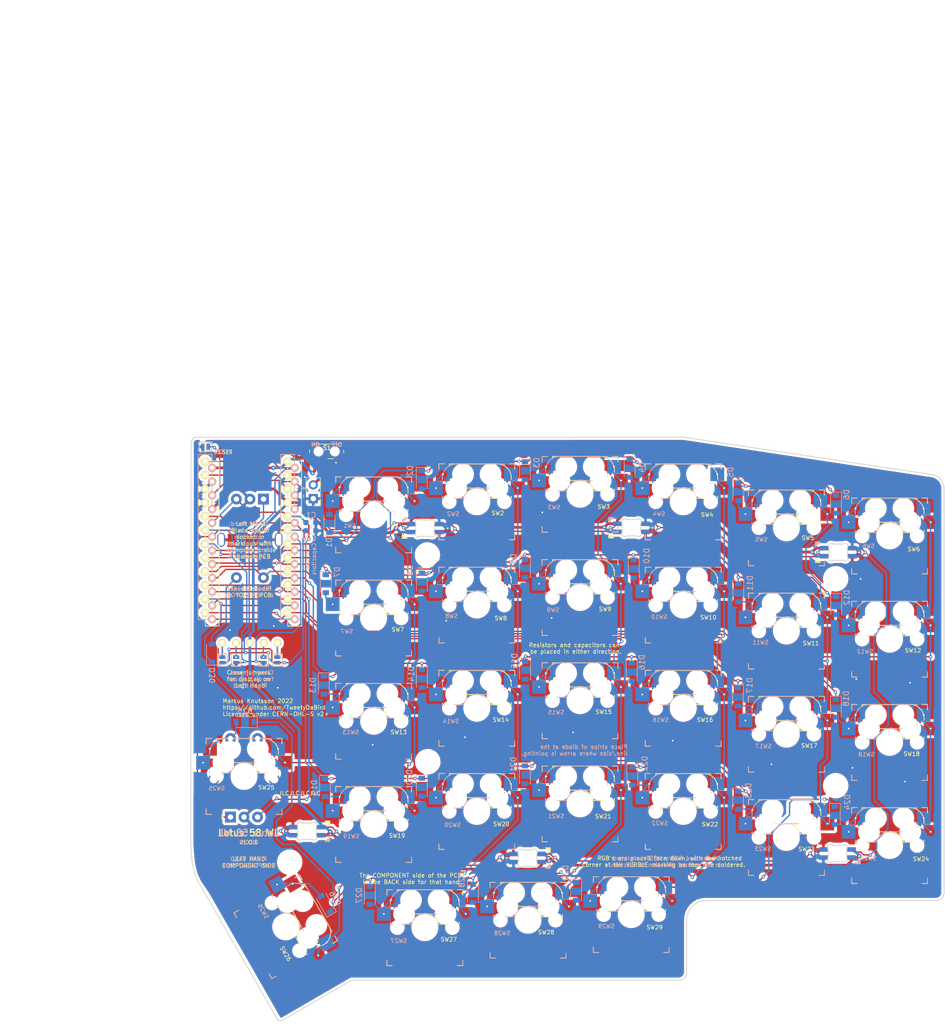
<source format=kicad_pcb>
(kicad_pcb (version 20211014) (generator pcbnew)
  (title_block (title "Lotus 58 Glow") (date "2022-09-14") (rev "v1.24") (company "Markus Knutsson <markus.knutsson@tweety.se>") (comment 1 "https://github.com/TweetyDaBird") (comment 2 "Licensed under CERN-OHL-S v2 or any superseding version"))
  (layers (0 "F.Cu" signal) (31 "B.Cu" signal) (34 "B.Paste" user) (35 "F.Paste" user) (36 "B.SilkS" user "B.Silkscreen") (37 "F.SilkS" user "F.Silkscreen") (38 "B.Mask" user) (39 "F.Mask" user) (44 "Edge.Cuts" user))
  (net 0 "")
  (net 1 "Net-(D1-Pad2)")
  (net 2 "row4")
  (net 3 "Net-(D2-Pad2)")
  (net 4 "Net-(D3-Pad2)")
  (net 5 "row0")
  (net 6 "Net-(D4-Pad2)")
  (net 7 "row1")
  (net 8 "Net-(D5-Pad2)")
  (net 9 "row2")
  (net 10 "Net-(D6-Pad2)")
  (net 11 "row3")
  (net 12 "Net-(D7-Pad2)")
  (net 13 "Net-(D8-Pad2)")
  (net 14 "Net-(D9-Pad2)")
  (net 15 "Net-(D10-Pad2)")
  (net 16 "Net-(D11-Pad2)")
  (net 17 "Net-(D12-Pad2)")
  (net 18 "Net-(D13-Pad2)")
  (net 19 "Net-(D14-Pad2)")
  (net 20 "Net-(D15-Pad2)")
  (net 21 "Net-(D16-Pad2)")
  (net 22 "Net-(D17-Pad2)")
  (net 23 "Net-(D18-Pad2)")
  (net 24 "Net-(D19-Pad2)")
  (net 25 "Net-(D20-Pad2)")
  (net 26 "Net-(D21-Pad2)")
  (net 27 "Net-(D22-Pad2)")
  (net 28 "Net-(D23-Pad2)")
  (net 29 "Net-(D24-Pad2)")
  (net 30 "Net-(D26-Pad2)")
  (net 31 "Net-(D27-Pad2)")
  (net 32 "Net-(D28-Pad2)")
  (net 33 "VCC")
  (net 34 "GND")
  (net 35 "col0")
  (net 36 "col1")
  (net 37 "col2")
  (net 38 "col3")
  (net 39 "col4")
  (net 40 "col5")
  (net 41 "LED")
  (net 42 "RESET")
  (net 43 "Net-(D29-Pad2)")
  (net 44 "Net-(D30-Pad2)")
  (net 45 "B")
  (net 46 "A")
  (net 47 "Alt")
  (net 48 "unconnected-(U1-Pad12)")
  (net 49 "Net-(JP10-Pad1)")
  (net 50 "Net-(JP12-Pad1)")
  (net 51 "Net-(P1-Pad5)")
  (net 52 "Net-(JP9-Pad1)")
  (net 53 "CS")
  (net 54 "SCK")
  (net 55 "MOSI")
  (net 56 "Net-(LED30-Pad1)")
  (net 57 "Net-(LED31-Pad1)")
  (net 58 "Net-(LED32-Pad1)")
  (net 59 "Net-(LED33-Pad1)")
  (net 60 "Net-(LED34-Pad1)")
  (net 61 "Battery")
  (net 62 "/Batt")
  (net 63 "unconnected-(LED35-Pad1)")
  (footprint "MountingHole:MountingHole_3.7mm" (layer "F.Cu") (at 124.32538 57.40908)
    (fp_text reference "TH1" hide)
    (fp_text value "HOLE")
  )
  (footprint "MountingHole:MountingHole_3.7mm" (layer "F.Cu") (at 199.7 61.8)
    (fp_text reference "TH2" hide)
    (fp_text value "HOLE")
  )
  (footprint "MountingHole:MountingHole_3.7mm" (layer "F.Cu") (at 124.3965 95.5675)
    (fp_text reference "TH3" hide)
    (fp_text value "HOLE")
  )
  (footprint "MountingHole:MountingHole_3.7mm" (layer "F.Cu") (at 199.7 100)
    (fp_text reference "TH4" hide)
    (fp_text value "HOLE")
  )
  (footprint "MountingHole:MountingHole_3.7mm" (layer "F.Cu") (at 98.8949 114.1095 90)
    (fp_text reference "TH5" hide)
    (fp_text value "HOLE")
  )
  (footprint "Keyboard Common:Jumper_Mini" (layer "F.Cu") (at 94.09 76.78 -90)
    (fp_text reference "JP7" hide)
    (fp_text value "Jumper_NO_Small" hide)
  )
  (footprint "Keyboard Common:Jumper_Mini" (layer "F.Cu") (at 96.64 76.78 -90)
    (fp_text reference "JP8" hide)
    (fp_text value "Jumper_NO_Small" hide)
  )
  (footprint "Keyboard Common:Jumper_Mini" (layer "F.Cu") (at 89.02 76.78 -90)
    (fp_text reference "JP5" hide)
    (fp_text value "Jumper_NO_Small" hide)
  )
  (footprint "keyswitches:Kailh_socket_MX_reversible_RGB" (layer "F.Cu") (at 133.45 47.6)
    (fp_text reference "SW2")
    (fp_text value "Kailh hotswap MX socket")
  )
  (footprint "keyswitches:Kailh_socket_MX_reversible_RGB" (layer "F.Cu") (at 152.5 46.21)
    (fp_text reference "SW3")
    (fp_text value "Kailh hotswap MX socket")
  )
  (footprint "keyswitches:Kailh_socket_MX_reversible_RGB" (layer "F.Cu") (at 171.55 47.6)
    (fp_text reference "SW4")
    (fp_text value "Kailh hotswap MX socket")
  )
  (footprint "keyswitches:Kailh_socket_MX_reversible_RGB" (layer "F.Cu") (at 209.65 53.9)
    (fp_text reference "SW6")
    (fp_text value "Kailh hotswap MX socket")
  )
  (footprint "keyswitches:Kailh_socket_MX_reversible_RGB" (layer "F.Cu") (at 114.4 69.05)
    (fp_text reference "SW7")
    (fp_text value "Kailh hotswap MX socket")
  )
  (footprint "keyswitches:Kailh_socket_MX_reversible_RGB" (layer "F.Cu") (at 152.5 65.26)
    (fp_text reference "SW9")
    (fp_text value "Kailh hotswap MX socket")
  )
  (footprint "keyswitches:Kailh_socket_MX_reversible_RGB" (layer "F.Cu") (at 171.55 66.65)
    (fp_text reference "SW10")
    (fp_text value "Kailh hotswap MX socket")
  )
  (footprint "keyswitches:Kailh_socket_MX_reversible_RGB" (layer "F.Cu") (at 190.6 71.45)
    (fp_text reference "SW11")
    (fp_text value "Kailh hotswap MX socket")
  )
  (footprint "keyswitches:Kailh_socket_MX_reversible_RGB" (layer "F.Cu") (at 209.65 72.95)
    (fp_text reference "SW12")
    (fp_text value "Kailh hotswap MX socket")
  )
  (footprint "keyswitches:Kailh_socket_MX_reversible_RGB" (layer "F.Cu") (at 114.4 88.1)
    (fp_text reference "SW13")
    (fp_text value "Kailh hotswap MX socket")
  )
  (footprint "keyswitches:Kailh_socket_MX_reversible_RGB" (layer "F.Cu") (at 133.45 85.7)
    (fp_text reference "SW14")
    (fp_text value "Kailh hotswap MX socket")
  )
  (footprint "keyswitches:Kailh_socket_MX_reversible_RGB" (layer "F.Cu") (at 152.5 84.31)
    (fp_text reference "SW15")
    (fp_text value "Kailh hotswap MX socket")
  )
  (footprint "keyswitches:Kailh_socket_MX_reversible_RGB" (layer "F.Cu") (at 190.6 90.5)
    (fp_text reference "SW17")
    (fp_text value "Kailh hotswap MX socket")
  )
  (footprint "keyswitches:Kailh_socket_MX_reversible_RGB" (layer "F.Cu") (at 209.65 92)
    (fp_text reference "SW18")
    (fp_text value "Kailh hotswap MX socket")
  )
  (footprint "keyswitches:Kailh_socket_MX_reversible_RGB" (layer "F.Cu") (at 114.4 107.15)
    (fp_text reference "SW19")
    (fp_text value "Kailh hotswap MX socket")
  )
  (footprint "keyswitches:Kailh_socket_MX_reversible_RGB" (layer "F.Cu") (at 133.45 104.75)
    (fp_text reference "SW20")
    (fp_text value "Kailh hotswap MX socket")
  )
  (footprint "keyswitches:Kailh_socket_MX_reversible_RGB" (layer "F.Cu") (at 152.5 103.36)
    (fp_text reference "SW21")
    (fp_text value "Kailh hotswap MX socket")
  )
  (footprint "keyswitches:Kailh_socket_MX_reversible_RGB" (layer "F.Cu") (at 171.55 104.75)
    (fp_text reference "SW22")
    (fp_text value "Kailh hotswap MX socket")
  )
  (footprint "keyswitches:Kailh_socket_MX_reversible_RGB" (layer "F.Cu") (at 190.6 109.55)
    (fp_text reference "SW23")
    (fp_text value "Kailh hotswap MX socket")
  )
  (footprint "keyswitches:Kailh_socket_MX_reversible_RGB" (layer "F.Cu") (at 123.85 126.2)
    (fp_text reference "SW27")
    (fp_text value "Kailh hotswap MX socket")
  )
  (footprint "keyswitches:Kailh_socket_MX_reversible_RGB" (layer "F.Cu") (at 142.8977 124.8283)
    (fp_text reference "SW28")
    (fp_text value "Kailh hotswap MX socket")
  )
  (footprint "keyswitches:Kailh_socket_MX_reversible_RGB" (layer "F.Cu") (at 161.95 123.8)
    (fp_text reference "SW29")
    (fp_text value "Kailh hotswap MX socket")
  )
  (footprint "keyswitches:Kailh_socket_MX_reversible_RGB" (layer "F.Cu") (at 114.4 50)
    (fp_text reference "SW1")
    (fp_text value "Kailh hotswap MX socket")
  )
  (footprint "keyswitches:Kailh_socket_MX_reversible_RGB" (layer "F.Cu") (at 90.4748 98.2853)
    (fp_text reference "SW25")
    (fp_text value "Kailh hotswap MX socket")
  )
  (footprint "keyswitches:Kailh_socket_MX_reversible_RGB" (layer "F.Cu") (at 209.65 111.05)
    (fp_text reference "SW24")
    (fp_text value "Kailh hotswap MX socket")
  )
  (footprint "keyswitches:Kailh_socket_MX_reversible_RGB" (layer "F.Cu") (at 98.171 126.0475 -60)
    (fp_text reference "SW26")
    (fp_text value "Kailh hotswap MX socket")
  )
  (footprint "keyswitches:Kailh_socket_MX_reversible_RGB" (layer "F.Cu") (at 171.55 85.7)
    (fp_text reference "SW16")
    (fp_text value "Kailh hotswap MX socket")
  )
  (footprint "Keyboard Common:nice!view" (layer "F.Cu") (at 91.555407 73.67)
    (fp_text reference "P1")
    (fp_text value "OLED" hide)
  )
  (footprint "Keyboard RGB:MX_SK6812MINI-E_REVERSIBLE" (layer "F.Cu") (at 142.815 113.350001)
    (fp_text reference "LED34" hide)
    (fp_text value "SK6812MINI")
    (fp_line (start -1.699999 0.702841) (end -1.699999 -0.702843) (layer "Edge.Cuts") (width 0.15))
    (fp_line (start 0.794452 1.499999) (end -0.794452 1.499999) (layer "Edge.Cuts") (width 0.15))
    (fp_line (start 1.699999 -0.702843) (end 1.699999 0.702841) (layer "Edge.Cuts") (width 0.15))
    (fp_line (start -0.794452 -1.5) (end 0.794453 -1.5) (layer "Edge.Cuts") (width 0.15))
    (fp_arc (start -0.794453 -1.500001) (mid -0.925123 -1.517378) (end -1.046711 -1.5683) (layer "Edge.Cuts") (width 0.15))
    (fp_arc (start 1.046711 -1.568299) (mid 1.638071 -1.504036) (end 1.749484 -0.919721) (layer "Edge.Cuts") (width 0.15))
    (fp_arc (start -1.749484 -0.919721) (mid -1.638071 -1.504036) (end -1.046711 -1.5683) (layer "Edge.Cuts") (width 0.15))
    (fp_arc (start 1.046711 -1.568299) (mid 0.925123 -1.517377) (end 0.794453 -1.5) (layer "Edge.Cuts") (width 0.15))
    (fp_arc (start -1.749484 -0.919721) (mid -1.712527 -0.814069) (end -1.699999 -0.702843) (layer "Edge.Cuts") (width 0.15))
    (fp_arc (start 1.749484 0.919718) (mid 1.638072 1.504034) (end 1.046711 1.568298) (layer "Edge.Cuts") (width 0.15))
    (fp_arc (start 1.749484 0.919719) (mid 1.712511 0.81407) (end 1.699999 0.702841) (layer "Edge.Cuts") (width 0.15))
    (fp_arc (start -1.04671 1.568298) (mid -0.925122 1.517376) (end -0.794452 1.499999) (layer "Edge.Cuts") (width 0.15))
    (fp_arc (start 1.699999 -0.702844) (mid 1.712526 -0.81407) (end 1.749484 -0.919721) (layer "Edge.Cuts") (width 0.15))
    (fp_arc (start -1.699999 0.702842) (mid -1.712527 0.814067) (end -1.749484 0.919719) (layer "Edge.Cuts") (width 0.15))
    (fp_arc (start 0.794452 1.499999) (mid 0.925123 1.517376) (end 1.046711 1.568298) (layer "Edge.Cuts") (width 0.15))
    (fp_arc (start -1.046711 1.568296) (mid -1.63807 1.504033) (end -1.749484 0.919719) (layer "Edge.Cuts") (width 0.15))
  )
  (footprint "Keyboard RGB:MX_SK6812MINI-E_REVERSIBLE" (layer "F.Cu") (at 102.108 108.3945)
    (fp_text reference "LED35" hide)
    (fp_text value "SK6812MINI")
    (fp_line (start 0.794452 1.499999) (end -0.794452 1.499999) (layer "Edge.Cuts") (width 0.15))
    (fp_line (start -0.794452 -1.5) (end 0.794453 -1.5) (layer "Edge.Cuts") (width 0.15))
    (fp_line (start 1.699999 -0.702843) (end 1.699999 0.702841) (layer "Edge.Cuts") (width 0.15))
    (fp_line (start -1.699999 0.702841) (end -1.699999 -0.702843) (layer "Edge.Cuts") (width 0.15))
    (fp_arc (start -0.794453 -1.500001) (mid -0.925123 -1.517378) (end -1.046711 -1.5683) (layer "Edge.Cuts") (width 0.15))
    (fp_arc (start -1.04671 1.568298) (mid -0.925122 1.517376) (end -0.794452 1.499999) (layer "Edge.Cuts") (width 0.15))
    (fp_arc (start 1.046711 -1.568299) (mid 1.638071 -1.504036) (end 1.749484 -0.919721) (layer "Edge.Cuts") (width 0.15))
    (fp_arc (start -1.699999 0.702842) (mid -1.712527 0.814067) (end -1.749484 0.919719) (layer "Edge.Cuts") (width 0.15))
    (fp_arc (start -1.749484 -0.919721) (mid -1.712527 -0.814069) (end -1.699999 -0.702843) (layer "Edge.Cuts") (width 0.15))
    (fp_arc (start 1.699999 -0.702844) (mid 1.712526 -0.81407) (end 1.749484 -0.919721) (layer "Edge.Cuts") (width 0.15))
    (fp_arc (start 1.749484 0.919719) (mid 1.712511 0.81407) (end 1.699999 0.702841) (layer "Edge.Cuts") (width 0.15))
    (fp_arc (start -1.749484 -0.919721) (mid -1.638071 -1.504036) (end -1.046711 -1.5683) (layer "Edge.Cuts") (width 0.15))
    (fp_arc (start 1.749484 0.919718) (mid 1.638072 1.504034) (end 1.046711 1.568298) (layer "Edge.Cuts") (width 0.15))
    (fp_arc (start -1.046711 1.568296) (mid -1.63807 1.504033) (end -1.749484 0.919719) (layer "Edge.Cuts") (width 0.15))
    (fp_arc (start 1.046711 -1.568299) (mid 0.925123 -1.517377) (end 0.794453 -1.5) (layer "Edge.Cuts") (width 0.15))
    (fp_arc (start 0.794452 1.499999) (mid 0.925123 1.517376) (end 1.046711 1.568298) (layer "Edge.Cuts") (width 0.15))
  )
  (footprint "Keyboard RGB:MX_SK6812MINI-E_REVERSIBLE" (layer "F.Cu") (at 200.152 56.896 180)
    (fp_text reference "LED32" hide)
    (fp_text value "SK6812MINI")
    (fp_line (start 1.699999 -0.702843) (end 1.699999 0.702841) (layer "Edge.Cuts") (width 0.15))
    (fp_line (start 0.794452 1.499999) (end -0.794452 1.499999) (layer "Edge.Cuts") (width 0.15))
    (fp_line (start -1.699999 0.702841) (end -1.699999 -0.702843) (layer "Edge.Cuts") (width 0.15))
    (fp_line (start -0.794452 -1.5) (end 0.794453 -1.5) (layer "Edge.Cuts") (width 0.15))
    (fp_arc (start 1.046711 -1.568299) (mid 1.638071 -1.504036) (end 1.749484 -0.919721) (layer "Edge.Cuts") (width 0.15))
    (fp_arc (start 1.749484 0.919718) (mid 1.638072 1.504034) (end 1.046711 1.568298) (layer "Edge.Cuts") (width 0.15))
    (fp_arc (start -1.04671 1.568298) (mid -0.925122 1.517376) (end -0.794452 1.499999) (layer "Edge.Cuts") (width 0.15))
    (fp_arc (start 1.699999 -0.702844) (mid 1.712526 -0.81407) (end 1.749484 -0.919721) (layer "Edge.Cuts") (width 0.15))
    (fp_arc (start 1.046711 -1.568299) (mid 0.925123 -1.517377) (end 0.794453 -1.5) (layer "Edge.Cuts") (width 0.15))
    (fp_arc (start -1.699999 0.702842) (mid -1.712527 0.814067) (end -1.749484 0.919719) (layer "Edge.Cuts") (width 0.15))
    (fp_arc (start 1.749484 0.919719) (mid 1.712511 0.81407) (end 1.699999 0.702841) (layer "Edge.Cuts") (width 0.15))
    (fp_arc (start -1.046711 1.568296) (mid -1.63807 1.504033) (end -1.749484 0.919719) (layer "Edge.Cuts") (width 0.15))
    (fp_arc (start -1.749484 -0.919721) (mid -1.712527 -0.814069) (end -1.699999 -0.702843) (layer "Edge.Cuts") (width 0.15))
    (fp_arc (start -1.749484 -0.919721) (mid -1.638071 -1.504036) (end -1.046711 -1.5683) (layer "Edge.Cuts") (width 0.15))
    (fp_arc (start -0.794453 -1.500001) (mid -0.925123 -1.517378) (end -1.046711 -1.5683) (layer "Edge.Cuts") (width 0.15))
    (fp_arc (start 0.794452 1.499999) (mid 0.925123 1.517376) (end 1.046711 1.568298) (layer "Edge.Cuts") (width 0.15))
  )
  (footprint "Keyboard RGB:MX_SK6812MINI-E_REVERSIBLE" (layer "F.Cu") (at 123.8885 52.451 180)
    (fp_text reference "LED30" hide)
    (fp_text value "SK6812MINI")
    (fp_line (start 1.699999 -0.702843) (end 1.699999 0.702841) (layer "Edge.Cuts") (width 0.15))
    (fp_line (start -0.794452 -1.5) (end 0.794453 -1.5) (layer "Edge.Cuts") (width 0.15))
    (fp_line (start -1.699999 0.702841) (end -1.699999 -0.702843) (layer "Edge.Cuts") (width 0.15))
    (fp_line (start 0.794452 1.499999) (end -0.794452 1.499999) (layer "Edge.Cuts") (width 0.15))
    (fp_arc (start 1.046711 -1.568299) (mid 1.638071 -1.504036) (end 1.749484 -0.919721) (layer "Edge.Cuts") (width 0.15))
    (fp_arc (start -1.699999 0.702842) (mid -1.712527 0.814067) (end -1.749484 0.919719) (layer "Edge.Cuts") (width 0.15))
    (fp_arc (start -1.749484 -0.919721) (mid -1.638071 -1.504036) (end -1.046711 -1.5683) (layer "Edge.Cuts") (width 0.15))
    (fp_arc (start 1.046711 -1.568299) (mid 0.925123 -1.517377) (end 0.794453 -1.5) (layer "Edge.Cuts") (width 0.15))
    (fp_arc (start -1.749484 -0.919721) (mid -1.712527 -0.814069) (end -1.699999 -0.702843) (layer "Edge.Cuts") (width 0.15))
    (fp_arc (start 0.794452 1.499999) (mid 0.925123 1.517376) (end 1.046711 1.568298) (layer "Edge.Cuts") (width 0.15))
    (fp_arc (start 1.749484 0.919718) (mid 1.638072 1.504034) (end 1.046711 1.568298) (layer "Edge.Cuts") (width 0.15))
    (fp_arc (start -1.04671 1.568298) (mid -0.925122 1.517376) (end -0.794452 1.499999) (layer "Edge.Cuts") (width 0.15))
    (fp_arc (start 1.699999 -0.702844) (mid 1.712526 -0.81407) (end 1.749484 -0.919721) (layer "Edge.Cuts") (width 0.15))
    (fp_arc (start -1.046711 1.568296) (mid -1.63807 1.504033) (end -1.749484 0.919719) (layer "Edge.Cuts") (width 0.15))
    (fp_arc (start -0.794453 -1.500001) (mid -0.925123 -1.517378) (end -1.046711 -1.5683) (layer "Edge.Cuts") (width 0.15))
    (fp_arc (start 1.749484 0.919719) (mid 1.712511 0.81407) (end 1.699999 0.702841) (layer "Edge.Cuts") (width 0.15))
  )
  (footprint "Keyboard Library:RotaryEncoder_Alps_EC11E-Switch_Vertical_H20_special" (layer "F.Cu") (at 91.567 54.594 -90)
    (fp_text reference "SW30" hide)
    (fp_text value "Rotary_Encoder_Switch")
  )
  (footprint "Keyboard Library:ProMicro_Reversible" (layer "F.Cu") (at 92.106 54.9)
    (fp_text reference "U1" hide)
    (fp_text value "ProMicro" hide)
  )
  (footprint "keyswitches:Kailh_socket_MX_reversible_RGB" (layer "F.Cu") (at 190.6 52.4)
    (fp_text reference "SW5")
    (fp_text value "Kailh hotswap MX socket")
  )
  (footprint "Keyboard Library:RotaryEncoder_Alps_EC11E-Switch_Special" (layer "F.Cu") (at 90.4748 98.2853 90)
    (fp_text reference "SW31" hide)
    (fp_text value "Rotary_Encoder_Switch")
  )
  (footprint "Keyboard RGB:MX_SK6812MINI-E_REVERSIBLE" (layer "F.Cu") (at 161.9885 52.3875 180)
    (fp_text reference "LED31" hide)
    (fp_text value "SK6812MINI")
    (fp_line (start -0.794452 -1.5) (end 0.794453 -1.5) (layer "Edge.Cuts") (width 0.15))
    (fp_line (start -1.699999 0.702841) (end -1.699999 -0.702843) (layer "Edge.Cuts") (width 0.15))
    (fp_line (start 1.699999 -0.702843) (end 1.699999 0.702841) (layer "Edge.Cuts") (width 0.15))
    (fp_line (start 0.794452 1.499999) (end -0.794452 1.499999) (layer "Edge.Cuts") (width 0.15))
    (fp_arc (start 1.749484 0.919719) (mid 1.712511 0.81407) (end 1.699999 0.702841) (layer "Edge.Cuts") (width 0.15))
    (fp_arc (start -1.749484 -0.919721) (mid -1.638071 -1.504036) (end -1.046711 -1.5683) (layer "Edge.Cuts") (width 0.15))
    (fp_arc (start 1.749484 0.919718) (mid 1.638072 1.504034) (end 1.046711 1.568298) (layer "Edge.Cuts") (width 0.15))
    (fp_arc (start 0.794452 1.499999) (mid 0.925123 1.517376) (end 1.046711 1.568298) (layer "Edge.Cuts") (width 0.15))
    (fp_arc (start -0.794453 -1.500001) (mid -0.925123 -1.517378) (end -1.046711 -1.5683) (layer "Edge.Cuts") (width 0.15))
    (fp_arc (start -1.046711 1.568296) (mid -1.63807 1.504033) (end -1.749484 0.919719) (layer "Edge.Cuts") (width 0.15))
    (fp_arc (start 1.699999 -0.702844) (mid 1.712526 -0.81407) (end 1.749484 -0.919721) (layer "Edge.Cuts") (width 0.15))
    (fp_arc (start -1.699999 0.702842) (mid -1.712527 0.814067) (end -1.749484 0.919719) (layer "Edge.Cuts") (width 0.15))
    (fp_arc (start 1.046711 -1.568299) (mid 0.925123 -1.517377) (end 0.794453 -1.5) (layer "Edge.Cuts") (width 0.15))
    (fp_arc (start -1.749484 -0.919721) (mid -1.712527 -0.814069) (end -1.699999 -0.702843) (layer "Edge.Cuts") (width 0.15))
    (fp_arc (start 1.046711 -1.568299) (mid 1.638071 -1.504036) (end 1.749484 -0.919721) (layer "Edge.Cuts") (width 0.15))
    (fp_arc (start -1.04671 1.568298) (mid -0.925122 1.517376) (end -0.794452 1.499999) (layer "Edge.Cuts") (width 0.15))
  )
  (footprint "keyswitches:Kailh_socket_MX_reversible_RGB" (layer "F.Cu") (at 133.45 66.65)
    (fp_text reference "SW8")
    (fp_text value "Kailh hotswap MX socket")
  )
  (footprint "Keyboard Common:Jumper_Mini" (layer "F.Cu") (at 83.3628 37.4396 180)
    (fp_text reference "JP2" hide)
    (fp_text value "RESET" hide)
  )
  (footprint "Keyboard Common:MSK12C02" (layer "F.Cu") (at 105.73 38.3 180)
    (fp_text reference "S1")
    (fp_text value "MSK12C02" hide)
  )
  (footprint "Connector_PinHeader_2.54mm:PinHeader_1x02_P2.54mm_Vertical" (layer "F.Cu") (at 103.25 47.01 180)
    (fp_text reference "J2" hide)
    (fp_text value "Conn_01x02")
  )
  (footprint "Keyboard Common:Jumper_Mini" (layer "F.Cu") (at 86.47 76.78 -90)
    (fp_text reference "JP3" hide)
    (fp_text value "Jumper_NO_Small" hide)
  )
  (footprint "Diode_SMD:D_SOD-123" (layer "B.Cu") (at 106.24 51.62 90)
    (fp_text reference "D1")
    (fp_text value "1N4148W")
  )
  (footprint "Diode_SMD:D_SOD-123" (layer "B.Cu") (at 142.34 41.86 -90)
    (fp_text reference "D3")
    (fp_text value "1N4148W")
  )
  (footprint "Diode_SMD:D_SOD-123" (layer "B.Cu") (at 161.65 41.41 -90)
    (fp_text reference "D4")
    (fp_text value "1N4148W")
  )
  (footprint "Diode_SMD:D_SOD-123" (layer "B.Cu") (at 199.75 48.04 -90)
    (fp_text reference "D6")
    (fp_text value "1N4148W")
  )
  (footprint "Diode_SMD:D_SOD-123" (layer "B.Cu") (at 142.33 59.88 -90)
    (fp_text reference "D9")
    (fp_text value "1N4148W")
  )
  (footprint "Diode_SMD:D_SOD-123" (layer "B.Cu") (at 162.41 59.98 -90)
    (fp_text reference "D10")
    (fp_text value "1N4148W")
  )
  (footprint "Diode_SMD:D_SOD-123" (layer "B.Cu") (at 181.71 64.39 -90)
    (fp_text reference "D11")
    (fp_text value "1N4148W")
  )
  (footprint "Diode_SMD:D_SOD-123" (layer "B.Cu") (at 199.78 66.76 -90)
    (fp_text reference "D12")
    (fp_text value "1N4148W")
  )
  (footprint "Diode_SMD:D_SOD-123" (layer "B.Cu") (at 105.21 81.44 -90)
    (fp_text reference "D13")
    (fp_text value "1N4148W")
  )
  (footprint "Diode_SMD:D_SOD-123" (layer "B.Cu") (at 123.3 80.26 -90)
    (fp_text reference "D14")
    (fp_text value "1N4148W")
  )
  (footprint "Diode_SMD:D_SOD-123" (layer "B.Cu") (at 142.36 78.68 -90)
    (fp_text reference "D15")
    (fp_text value "1N4148W")
  )
  (footprint "Diode_SMD:D_SOD-123" (layer "B.Cu") (at 162.03 79.03 -90)
    (fp_text reference "D16")
    (fp_text value "1N4148W")
  )
  (footprint "Diode_SMD:D_SOD-123" (layer "B.Cu") (at 199.73 85.71 -90)
    (fp_text reference "D18")
    (fp_text value "1N4148W")
  )
  (footprint "Diode_SMD:D_SOD-123" (layer "B.Cu") (at 105.43 100.35 -90)
    (fp_text reference "D19")
    (fp_text value "1N4148W")
  )
  (footprint "Diode_SMD:D_SOD-123" (layer "B.Cu") (at 123.29 100.28 -90)
    (fp_text reference "D20")
    (fp_text value "1N4148W")
  )
  (footprint "Diode_SMD:D_SOD-123" (layer "B.Cu") (at 142.33 98 -90)
    (fp_text reference "D21")
    (fp_text value "1N4148W")
  )
  (footprint "Diode_SMD:D_SOD-123" (layer "B.Cu") (at 162.16 98.24 -90)
    (fp_text reference "D22")
    (fp_text value "1N4148W")
  )
  (footprint "Diode_SMD:D_SOD-123" (layer "B.Cu") (at 181.68 102.67 -90)
    (fp_text reference "D23")
    (fp_text value "1N4148W")
  )
  (footprint "Diode_SMD:D_SOD-123" (layer "B.Cu") (at 105.532215 121.797501 120)
    (fp_text reference "D26")
    (fp_text value "1N4148W")
  )
  (footprint "Diode_SMD:D_SOD-123" (layer "B.Cu") (at 113.7 120.24 -90)
    (fp_text reference "D27")
    (fp_text value "1N4148W")
  )
  (footprint "Keyboard Common:Jumper_Mini" (layer "B.Cu") (at 86.47 76.78 -90)
    (fp_text reference "JP9" hide)
    (fp_text value "Jumper_NO_Small" hide)
  )
  (footprint "Keyboard Common:Jumper_Mini" (layer "B.Cu") (at 89.02 76.78 -90)
    (fp_text reference "JP10" hide)
    (fp_text value "Jumper_NO_Small" hide)
  )
  (footprint "Keyboard Common:Jumper_Mini" (layer "B.Cu") (at 94.09 76.78 -90)
    (fp_text reference "JP12" hide)
    (fp_text value "Jumper_NO_Small" hide)
  )
  (footprint "Diode_SMD:D_SOD-123" (layer "B.Cu") (at 199.53 105.5 -90)
    (fp_text reference "D24")
    (fp_text value "1N4148W")
  )
  (footprint "Diode_SMD:D_SOD-123" (layer "B.Cu") (at 105.57 62.71 -90)
    (fp_text reference "D7")
    (fp_text value "1N4148W")
  )
  (footprint "Diode_SMD:D_SOD-123" (layer "B.Cu") (at 123.29 62.38 -90)
    (fp_text reference "D8")
    (fp_text value "1N4148W")
  )
  (footprint "Resistor_SMD:R_0603_1608Metric_Pad0.98x0.95mm_HandSolder" (layer "B.Cu") (at 102.82 51.42)
    (fp_text reference "C1")
    (fp_text value "100nF")
  )
  (footprint "Resistor_SMD:R_0603_1608Metric_Pad0.98x0.95mm_HandSolder" (layer "B.Cu") (at 102.82 52.93 180)
    (fp_text reference "C2")
    (fp_text value "100nF")
  )
  (footprint "Diode_SMD:D_SOD-123" (layer "B.Cu") (at 132.74 119.87 -90)
    (fp_text reference "D28")
    (fp_text value "1N4148W")
  )
  (footprint "Diode_SMD:D_SOD-123" (layer "B.Cu") (at 151.78 119.5 -90)
    (fp_text reference "D29")
    (fp_text value "1N4148W")
  )
  (footprint "Diode_SMD:D_SOD-123" (layer "B.Cu") (at 123.28 43.49 -90)
    (fp_text reference "D2")
    (fp_text value "1N4148W")
  )
  (footprint "Diode_SMD:D_SOD-123" (layer "B.Cu") (at 181.73 45.73 -90)
    (fp_text reference "D5")
    (fp_text value "1N4148W")
  )
  (footprint "Keyboard RGB:MX_SK6812MINI-E_REVERSIBLE" (layer "B.Cu") (at 200.025 112.522)
    (fp_text reference "LED33" hide)
    (fp_text value "SK6812MINI")
    (fp_line (start 0.794452 -1.499999) (end -0.794452 -1.499999) (layer "Edge.Cuts") (width 0.15))
    (fp_line (start -0.794452 1.5) (end 0.794453 1.5) (layer "Edge.Cuts") (width 0.15))
    (fp_line (start 1.699999 0.702843) (end 1.699999 -0.702841) (layer "Edge.Cuts") (width 0.15))
    (fp_line (start -1.699999 -0.702841) (end -1.699999 0.702843) (layer "Edge.Cuts") (width 0.15))
    (fp_arc (start 0.794453 1.5) (mid 0.925123 1.517377) (end 1.046711 1.568299) (layer "Edge.Cuts") (width 0.15))
    (fp_arc (start -1.046711 1.5683) (mid -1.638071 1.504036) (end -1.749484 0.919721) (layer "Edge.Cuts") (width 0.15))
    (fp_arc (start 1.046711 -1.568298) (mid 0.925123 -1.517376) (end 0.794452 -1.499999) (layer "Edge.Cuts") (width 0.15))
    (fp_arc (start -1.749484 -0.919719) (mid -1.712527 -0.814067) (end -1.699999 -0.702842) (layer "Edge.Cuts") (width 0.15))
    (fp_arc (start 1.749484 0.919721) (mid 1.638071 1.504036) (end 1.046711 1.568299) (layer "Edge.Cuts") (width 0.15))
    (fp_arc (start -1.699999 0.702843) (mid -1.712527 0.814069) (end -1.749484 0.919721) (layer "Edge.Cuts") (width 0.15))
    (fp_arc (start 1.749484 0.919721) (mid 1.712524 0.81407) (end 1.699999 0.702844) (layer "Edge.Cuts") (width 0.15))
    (fp_arc (start -1.749484 -0.919719) (mid -1.63807 -1.504033) (end -1.046711 -1.568296) (layer "Edge.Cuts") (width 0.15))
    (fp_arc (start 1.699999 -0.702841) (mid 1.712524 -0.814067) (end 1.749484 -0.919719) (layer "Edge.Cuts") (width 0.15))
    (fp_arc (start 1.046711 -1.568298) (mid 1.638072 -1.504034) (end 1.749484 -0.919718) (layer "Edge.Cuts") (width 0.15))
    (fp_arc (start -0.794452 -1.499999) (mid -0.925122 -1.517376) (end -1.04671 -1.568298) (layer "Edge.Cuts") (width 0.15))
    (fp_arc (start -1.046711 1.5683) (mid -0.925123 1.517378) (end -0.794453 1.500001) (layer "Edge.Cuts") (width 0.15))
  )
  (footprint "Diode_SMD:D_SOD-123" (layer "B.Cu") (at 181.63 83.63 -90)
    (fp_text reference "D17")
    (fp_text value "1N4148W")
  )
  (footprint "Diode_SMD:D_SOD-123" (layer "B.Cu") (at 90.678 88.265 180)
    (fp_text reference "D25")
    (fp_text value "1N4148W")
  )
  (footprint "Keyboard Common:Jumper_Mini" (layer "B.Cu") (at 83.3628 37.4396 180)
    (fp_text reference "JP1" hide)
    (fp_text value "RESET" hide)
  )
  (footprint "Diode_SMD:D_SOD-123" (layer "B.Cu") (at 84.55 75.49 90)
    (fp_text reference "D30")
    (fp_text value "1N4148W")
  )
  (footprint "Keyboard Common:Jumper_Mini" (layer "B.Cu") (at 96.64 76.78 -90)
    (fp_text reference "JP4" hide)
    (fp_text value "Jumper_NO_Small" hide)
  )
  (gr_line (start 81.4197 116.3955) (end 81.9785 117.6655) (layer "Edge.Cuts") (width 0.15))
  (gr_line (start 219.50172 44.1452) (end 219.70492 44.8564) (layer "Edge.Cuts") (width 0.15))
  (gr_line (start 219.258732 120.757048) (end 219.03678 120.940136) (layer "Edge.Cuts") (width 0.15))
  (gr_line (start 219.03678 120.940136) (end 218.781972 121.078352) (layer "Edge.Cuts") (width 0.15))
  (gr_line (start 219.667372 119.998631) (end 219.580037 120.280287) (layer "Edge.Cuts") (width 0.15))
  (gr_line (start 219.580037 120.280287) (end 219.441821 120.535096) (layer "Edge.Cuts") (width 0.15))
  (gr_line (start 219.70492 119.6848) (end 219.667372 119.998631) (layer "Edge.Cuts") (width 0.15))
  (gr_line (start 219.441821 120.535096) (end 219.258732 120.757048) (layer "Edge.Cuts") (width 0.15))
  (gr_line (start 218.781972 121.078352) (end 218.500315 121.165688) (layer "Edge.Cuts") (width 0.15))
  (gr_line (start 218.500315 121.165688) (end 218.18092 121.19356) (layer "Edge.Cuts") (width 0.15))
  (gr_line (start 172.075297 134.989392) (end 171.937081 135.244201) (layer "Edge.Cuts") (width 0.15))
  (gr_line (start 80.7003 36.7444) (end 80.722283 36.528775) (layer "Edge.Cuts") (width 0.15))
  (gr_line (start 80.722283 36.528775) (end 80.783417 36.331615) (layer "Edge.Cuts") (width 0.15))
  (gr_line (start 81.342063 35.77297) (end 81.539222 35.711835) (layer "Edge.Cuts") (width 0.15))
  (gr_line (start 81.539222 35.711835) (end 81.7544 35.6903) (layer "Edge.Cuts") (width 0.15))
  (gr_line (start 80.880169 36.153249) (end 81.00833 35.997883) (layer "Edge.Cuts") (width 0.15))
  (gr_line (start 80.783417 36.331615) (end 80.880169 36.153249) (layer "Edge.Cuts") (width 0.15))
  (gr_line (start 81.00833 35.997883) (end 81.163697 35.869721) (layer "Edge.Cuts") (width 0.15))
  (gr_line (start 81.163697 35.869721) (end 81.342063 35.77297) (layer "Edge.Cuts") (width 0.15))
  (gr_line (start 80.772 112.649) (end 80.899 114.1095) (layer "Edge.Cuts") (width 0.15))
  (gr_line (start 80.7085 111.8235) (end 80.772 112.649) (layer "Edge.Cuts") (width 0.15))
  (gr_line (start 171.704 35.687) (end 81.7544 35.6903) (layer "Edge.Cuts") (width 0.15))
  (gr_line (start 218.511891 42.96639) (end 217.79552 42.621355) (layer "Edge.Cuts") (width 0.15))
  (gr_line (start 81.153 115.3795) (end 81.4197 116.3955) (layer "Edge.Cuts") (width 0.15))
  (gr_line (start 97.119252 143.413974) (end 97.268206 143.404468) (layer "Edge.Cuts") (width 0.15))
  (gr_line (start 171.53204 135.649242) (end 171.277232 135.787458) (layer "Edge.Cuts") (width 0.15))
  (gr_line (start 96.629837 143.08815) (end 96.735295 143.222884) (layer "Edge.Cuts") (width 0.15))
  (gr_line (start 80.645 110.617) (end 80.7003 36.7444) (layer "Edge.Cuts") (width 0.15))
  (gr_line (start 80.645 110.617) (end 80.7085 111.8235) (layer "Edge.Cuts") (width 0.15))
  (gr_line (start 172.162633 134.707736) (end 172.075297 134.989392) (layer "Edge.Cuts") (width 0.15))
  (gr_line (start 171.277232 135.787458) (end 170.995576 135.874793) (layer "Edge.Cuts") (width 0.15))
  (gr_line (start 172.19308 134.427634) (end 172.162633 134.707736) (layer "Edge.Cuts") (width 0.15))
  (gr_line (start 96.852328 143.322532) (end 96.98047 143.386445) (layer "Edge.Cuts") (width 0.15))
  (gr_line (start 171.753993 135.466153) (end 171.53204 135.649242) (layer "Edge.Cuts") (width 0.15))
  (gr_line (start 110.31982 135.90524) (end 170.69308 135.90524) (layer "Edge.Cuts") (width 0.15))
  (gr_line (start 174.356326 121.468421) (end 175.013524 121.264638) (layer "Edge.Cuts") (width 0.15))
  (gr_line (start 80.899 114.1095) (end 81.153 115.3795) (layer "Edge.Cuts") (width 0.15))
  (gr_line (start 97.426864 143.357278) (end 97.594758 143.271756) (layer "Edge.Cuts") (width 0.15))
  (gr_line (start 171.937081 135.244201) (end 171.753993 135.466153) (layer "Edge.Cuts") (width 0.15))
  (gr_line (start 97.594758 143.271756) (end 110.31982 135.90524) (layer "Edge.Cuts") (width 0.15))
  (gr_line (start 172.19422 124.69622) (end 172.19308 134.427634) (layer "Edge.Cuts") (width 0.15))
  (gr_line (start 173.243884 122.218131) (end 173.761773 121.790925) (layer "Edge.Cuts") (width 0.15))
  (gr_line (start 217.79552 42.621355) (end 171.704 35.687) (layer "Edge.Cuts") (width 0.15))
  (gr_line (start 175.719348 121.193595) (end 218.18092 121.19356) (layer "Edge.Cuts") (width 0.15))
  (gr_line (start 97.268206 143.404468) (end 97.426864 143.357278) (layer "Edge.Cuts") (width 0.15))
  (gr_line (start 172.494174 123.330573) (end 172.816678 122.73602) (layer "Edge.Cuts") (width 0.15))
  (gr_line (start 219.13342 43.5102) (end 219.50172 44.1452) (layer "Edge.Cuts") (width 0.15))
  (gr_line (start 219.70492 44.8564) (end 219.70492 119.6848) (layer "Edge.Cuts") (width 0.15))
  (gr_line (start 172.19422 124.69622) (end 172.290391 123.987771) (layer "Edge.Cuts") (width 0.15))
  (gr_line (start 172.816678 122.73602) (end 173.243884 122.218131) (layer "Edge.Cuts") (width 0.15))
  (gr_line (start 219.13342 43.5102) (end 218.511891 42.96639) (layer "Edge.Cuts") (width 0.15))
  (gr_line (start 96.735295 143.222884) (end 96.852328 143.322532) (layer "Edge.Cuts") (width 0.15))
  (gr_line (start 81.9785 117.6655) (end 96.629837 143.08815) (layer "Edge.Cuts") (width 0.15))
  (gr_line (start 170.995576 135.874793) (end 170.69308 135.90524) (layer "Edge.Cuts") (width 0.15))
  (gr_line (start 173.761773 121.790925) (end 174.356326 121.468421) (layer "Edge.Cuts") (width 0.15))
  (gr_line (start 96.98047 143.386445) (end 97.119252 143.413974) (layer "Edge.Cuts") (width 0.15))
  (gr_line (start 172.290391 123.987771) (end 172.494174 123.330573) (layer "Edge.Cuts") (width 0.15))
  (gr_line (start 175.013524 121.264638) (end 175.719348 121.193595) (layer "Edge.Cuts") (width 0.15))
  (gr_text "Lotus 58 WL" (at 91.34 108.7022) (layer "B.SilkS") (effects (font (size 1.2 1.2) (thickness 0.25)) (justify mirror)))
  (gr_text "Close jumpers \nfor display on \nRight Hand" (at 91.62 80.3) (layer "B.SilkS") (effects (font (size 0.75 0.75) (thickness 0.12)) (justify mirror)))
  (gr_text "Place Encoder\non TOP of PCB." (at 91.48 64.21) (layer "B.SilkS") (effects (font (size 0.75 0.75) (thickness 0.12)) (justify mirror)))
  (gr_text "- +" (at 101.56 45.83 270) (layer "B.SilkS") (effects (font (size 0.75 0.75) (thickness 0.12)) (justify mirror)))
  (gr_text "Right Hand:\nPlace n!n or \nsocket in \nmarkings with \ncomponent side \nagainst PCB" (at 90.99 54.67) (layer "B.SilkS") (effects (font (size 0.75 0.75) (thickness 0.12)) (justify mirror)))
  (gr_text "RIGHT HAND\nCOMPONENT SIDE" (at 91.34 114.14) (layer "B.SilkS") (effects (font (size 0.75 0.75) (thickness 0.12)) (justify mirror)))
  (gr_text "v1.0.0" (at 91.34 110.45) (layer "B.SilkS") (effects (font (size 0.75 0.75) (thickness 0.12)) (justify mirror)))
  (gr_text "Place stripe of diode at the\nline/side where arrow is pointing." (at 161.36 93.45) (layer "B.SilkS") (effects (font (size 0.75 0.75) (thickness 0.12)) (justify left mirror)))
  (gr_text "RESET" (at 86.63 38.4) (layer "B.SilkS") (effects (font (size 0.75 0.75) (thickness 0.12)) (justify mirror)))
  (gr_text "Diodes and RGB's MUST be placed \nin the correct direction to function." (at 168.2 114.01) (layer "B.SilkS") (effects (font (size 0.75 0.75) (thickness 0.12)) (justify mirror)))
  (gr_text "Encoder\nCapacitors" (at 102.79 58.17 90) (layer "B.SilkS") (effects (font (size 0.75 0.75) (thickness 0.12)) (justify mirror)))
  (gr_text "Close jumpers \nfor display on \nLeft Hand" (at 91.62 80.3) (layer "F.SilkS") (effects (font (size 0.75 0.75) (thickness 0.12))))
  (gr_text "Lotus 58 WL" (at 91.34 108.7022) (layer "F.SilkS") (effects (font (size 1.2 1.2) (thickness 0.25))))
  (gr_text "The COMPONENT side of the PCB \nis the BACK side for that hand." (at 121.5 117.17) (layer "F.SilkS") (effects (font (size 0.75 0.75) (thickness 0.12))))
  (gr_text "Left Hand:\nPlace n!n or \nsocket in \nmarkings with \ncomponent side\nagainst PCB" (at 91.92 54.67) (layer "F.SilkS") (effects (font (size 0.75 0.75) (thickness 0.12))))
  (gr_text "Place Encoder\non TOP of PCB." (at 91.48 64.21) (layer "F.SilkS") (effects (font (size 0.75 0.75) (thickness 0.12))))
  (gr_text "- +" (at 101.45 45.83 90) (layer "F.SilkS") (effects (font (size 0.75 0.75) (thickness 0.12))))
  (gr_text "RESET" (at 86.63 38.4) (layer "F.SilkS") (effects (font (size 0.75 0.75) (thickness 0.12))))
  (gr_text "v1.0.0" (at 91.34 110.45) (layer "F.SilkS") (effects (font (size 0.75 0.75) (thickness 0.12))))
  (gr_text "LEFT HAND\nCOMPONENT SIDE" (at 91.34 114.14) (layer "F.SilkS") (effects (font (size 0.75 0.75) (thickness 0.12))))
  (gr_text "JLCJLCJLCJLC" (at 100.7364 101.3968) (layer "F.SilkS") (effects (font (size 0.75 0.75) (thickness 0.12))))
  (gr_text "Markus Knutsson 2022\nhttps://github.com/TweetyDaBird\nLicensed under CERN-OHL-S v2+" (at 86.45 85.56) (layer "F.SilkS") (effects (font (size 0.75 0.75) (thickness 0.12)) (justify left)))
  (gr_text "RGB's are placed face down, with the notched \ncorner at the VISIBLE marking as they are soldered." (at 183.06 113.98) (layer "F.SilkS") (effects (font (size 0.75 0.75) (thickness 0.12)) (justify right)))
  (gr_text "Resistors and capacitors can \nbe placed in either direction." (at 151.72 74.64) (layer "F.SilkS") (effects (font (size 0.75 0.75) (thickness 0.12))))
  (via (at 106.84 47.46) (size 0.6096) (drill 0.3048) (layers "F.Cu" "B.Cu") (net 1))
  (via (at 108.11 44.92) (size 0.6096) (drill 0.3048) (layers "F.Cu" "B.Cu") (net 1))
  (segment (start 106.24 49.97) (end 106.24 48.06) (width 0.25) (layer "B.Cu") (net 1))
  (segment (start 106.84 46.19) (end 108.11 44.92) (width 0.25) (layer "B.Cu") (net 1))
  (segment (start 106.84 47.46) (end 106.84 46.19) (width 0.25) (layer "B.Cu") (net 1))
  (segment (start 132.77 117.07) (end 133.659501 116.180499) (width 0.25) (layer "F.Cu") (net 2))
  (segment (start 114.08 117.07) (end 113.76 117.39) (width 0.25) (layer "F.Cu") (net 2))
  (segment (start 113.76 117.39) (end 111.03 117.39) (width 0.25) (layer "F.Cu") (net 2))
  (segment (start 86.555745 66.725745) (end 86.23 66.4) (width 0.25) (layer "F.Cu") (net 2))
  (segment (start 148.753845 116.180499) (end 149.002802 115.931542) (width 0.25) (layer "F.Cu") (net 2))
  (segment (start 133.659501 116.180499) (end 148.753845 116.180499) (width 0.25) (layer "F.Cu") (net 2))
  (segment (start 99.824815 66.725745) (end 86.555745 66.725745) (width 0.25) (layer "F.Cu") (net 2))
  (segment (start 111.03 117.39) (end 106.94 121.48) (width 0.25) (layer "F.Cu") (net 2))
  (segment (start 132.77 117.07) (end 114.08 117.07) (width 0.25) (layer "F.Cu") (net 2))
  (via (at 113.76 117.39) (size 0.6096) (drill 0.3048) (layers "F.Cu" "B.Cu") (net 2))
  (via (at 149.002802 115.931542) (size 0.6096) (drill 0.3048) (layers "F.Cu" "B.Cu") (net 2))
  (via (at 132.77 117.07) (size 0.6096) (drill 0.3048) (layers "F.Cu" "B.Cu") (net 2))
  (via (at 106.94 121.48) (size 0.6096) (drill 0.3048) (layers "F.Cu" "B.Cu") (net 2))
  (via (at 86.23 66.4) (size 0.6096) (drill 0.3048) (layers "F.Cu" "B.Cu") (net 2))
  (segment (start 99.3 103.74) (end 99.3 90.59) (width 0.25) (layer "B.Cu") (net 2))
  (segment (start 84.55 77.14) (end 84.99 77.58) (width 0.25) (layer "B.Cu") (net 2))
  (segment (start 106.94 118.06) (end 99.71 110.83) (width 0.25) (layer "B.Cu") (net 2))
  (segment (start 106.94 121.48) (end 106.94 118.06) (width 0.25) (layer "B.Cu") (net 2))
  (segment (start 97.57 110.83) (end 96.5007 109.7607) (width 0.25) (layer "B.Cu") (net 2))
  (segment (start 86.23 69.59) (end 83.22 72.6) (width 0.25) (layer "B.Cu") (net 2))
  (segment (start 96.5007 109.7607) (end 96.5007 106.5393) (width 0.25) (layer "B.Cu") (net 2))
  (segment (start 150.92126 117.85) (end 149.002802 115.931542) (width 0.25) (layer "B.Cu") (net 2))
  (segment (start 85.36 65.53) (end 83.286 65.53) (width 0.25) (layer "B.Cu") (net 2))
  (segment (start 86.23 66.4) (end 85.36 65.53) (width 0.25) (layer "B.Cu") (net 2))
  (segment (start 106.94 122.643658) (end 106.357215 123.226443) (width 0.25) (layer "B.Cu") (net 2))
  (segment (start 96.5007 106.5393) (end 99.3 103.74) (width 0.25) (layer "B.Cu") (net 2))
  (segment (start 151.78 117.85) (end 150.92126 117.85) (width 0.25) (layer "B.Cu") (net 2))
  (segment (start 106.94 121.48) (end 106.94 122.643658) (width 0.25) (layer "B.Cu") (net 2))
  (segment (start 132.77 117.07) (end 132.77 118.19) (width 0.25) (layer "B.Cu") (net 2))
  (segment (start 99.71 110.83) (end 97.57 110.83) (width 0.25) (layer "B.Cu") (net 2))
  (segment (start 93.42 88.27) (end 93.415 88.265) (width 0.25) (layer "B.Cu") (net 2))
  (segment (start 84.99 79.7) (end 92.328 87.038) (width 0.25) (layer "B.Cu") (net 2))
  (segment (start 84.99 77.58) (end 84.99 79.7) (width 0.25) (layer "B.Cu") (net 2))
  (segment (start 96.98 88.27) (end 93.42 88.27) (width 0.25) (layer "B.Cu") (net 2))
  (segment (start 113.76 117.39) (end 113.76 118.53) (width 0.25) (layer "B.Cu") (net 2))
  (segment (start 83.22 72.6) (end 83.22 75.81) (width 0.25) (layer "B.Cu") (net 2))
  (segment (start 83.22 75.81) (end 84.55 77.14) (width 0.25) (layer "B.Cu") (net 2))
  (segment (start 93.415 88.265) (end 92.328 88.265) (width 0.25) (layer "B.Cu") (net 2))
  (segment (start 99.3 90.59) (end 96.98 88.27) (width 0.25) (layer "B.Cu") (net 2))
  (segment (start 86.23 66.4) (end 86.23 69.59) (width 0.25) (layer "B.Cu") (net 2))
  (segment (start 92.328 87.038) (end 92.328 88.265) (width 0.25) (layer "B.Cu") (net 2))
  (via (at 127.16 42.52) (size 0.6096) (drill 0.3048) (layers "F.Cu" "B.Cu") (net 3))
  (via (at 125.89 45.06) (size 0.6096) (drill 0.3048) (layers "F.Cu" "B.Cu") (net 3))
  (segment (start 125.89 43.79) (end 127.16 42.52) (width 0.25) (layer "B.Cu") (net 3))
  (segment (start 123.28 45.14) (end 125.81 45.14) (width 0.25) (layer "B.Cu") (net 3))
  (segment (start 125.89 45.06) (end 125.89 43.79) (width 0.25) (layer "B.Cu") (net 3))
  (via (at 144.94 43.67) (size 0.6096) (drill 0.3048) (layers "F.Cu" "B.Cu") (net 4))
  (via (at 146.21 41.13) (size 0.6096) (drill 0.3048) (layers "F.Cu" "B.Cu") (net 4))
  (segment (start 144.94 43.67) (end 144.94 42.4) (width 0.25) (layer "B.Cu") (net 4))
  (segment (start 144.94 42.4) (end 146.21 41.13) (width 0.25) (layer "B.Cu") (net 4))
  (segment (start 142.34 43.51) (end 144.78 43.51) (width 0.25) (layer "B.Cu") (net 4))
  (segment (start 103.944255 56.565745) (end 105.76 54.75) (width 0.25) (layer "F.Cu") (net 5))
  (segment (start 163.33 40.59) (end 178.98 40.59) (width 0.25) (layer "F.Cu") (net 5))
  (segment (start 198.66 45.31) (end 198.08 44.73) (width 0.25) (layer "F.Cu") (net 5))
  (segment (start 198.08 44.73) (end 183.12 44.73) (width 0.25) (layer "F.Cu") (net 5))
  (segment (start 99.824815 56.565745) (end 103.944255 56.565745) (width 0.25) (layer "F.Cu") (net 5))
  (segment (start 97.2193 57.2807) (end 86.15 57.2807) (width 0.25) (layer "F.Cu") (net 5))
  (segment (start 163.33 40.59) (end 163.06 40.32) (width 0.25) (layer "F.Cu") (net 5))
  (segment (start 142.91 40.12) (end 143.775001 39.254999) (width 0.25) (layer "F.Cu") (net 5))
  (segment (start 105.76 54.75) (end 109.37 54.75) (width 0.25) (layer "F.Cu") (net 5))
  (segment (start 142.91 40.12) (end 141.19 40.12) (width 0.25) (layer "F.Cu") (net 5))
  (segment (start 141.19 40.12) (end 126.27 40.12) (width 0.25) (layer "F.Cu") (net 5))
  (segment (start 97.934255 56.565745) (end 97.2193 57.2807) (width 0.25) (layer "F.Cu") (net 5))
  (segment (start 126.27 40.12) (end 124.5 41.89) (width 0.25) (layer "F.Cu") (net 5))
  (segment (start 183.12 44.73) (end 178.98 40.59) (width 0.25) (layer "F.Cu") (net 5))
  (segment (start 161.994999 39.254999) (end 143.775001 39.254999) (width 0.25) (layer "F.Cu") (net 5))
  (segment (start 99.824815 56.565745) (end 97.934255 56.565745) (width 0.25) (layer "F.Cu") (net 5))
  (segment (start 163.06 40.32) (end 161.994999 39.254999) (width 0.25) (layer "F.Cu") (net 5))
  (via (at 124.5 41.89) (size 0.6096) (drill 0.3048) (layers "F.Cu" "B.Cu") (net 5))
  (via (at 163.06 40.32) (size 0.6096) (drill 0.3048) (layers "F.Cu" "B.Cu") (net 5))
  (via (at 141.19 40.12) (size 0.6096) (drill 0.3048) (layers "F.Cu" "B.Cu") (net 5))
  (via (at 86.15 57.2807) (size 0.6096) (drill 0.3048) (layers "F.Cu" "B.Cu") (net 5))
  (via (at 109.37 54.75) (size 0.6096) (drill 0.3048) (layers "F.Cu" "B.Cu") (net 5))
  (via (at 198.66 45.31) (size 0.6096) (drill 0.3048) (layers "F.Cu" "B.Cu") (net 5))
  (via (at 183.12 44.73) (size 0.6096) (drill 0.3048) (layers "F.Cu" "B.Cu") (net 5))
  (segment (start 123.28 41.84) (end 116.28431 41.84) (width 0.25) (layer "B.Cu") (net 5))
  (segment (start 114.57 46.48) (end 111.27 49.78) (width 0.25) (layer "B.Cu") (net 5))
  (segment (start 111.27 49.78) (end 111.27 52.85) (width 0.25) (layer "B.Cu") (net 5))
  (segment (start 86.15 56.58) (end 86.15 57.2807) (width 0.25) (layer "B.Cu") (net 5))
  (segment (start 182.38 44.73) (end 181.73 44.08) (width 0.25) (layer "B.Cu") (net 5))
  (segment (start 199.74 46.39) (end 198.66 45.31) (width 0.25) (layer "B.Cu") (net 5))
  (segment (start 106.24 53.27) (end 107.89 53.27) (width 0.25) (layer "B.Cu") (net 5))
  (segment (start 107.89 53.27) (end 109.37 54.75) (width 0.25) (layer "B.Cu") (net 5))
  (segment (start 124.5 41.89) (end 123.33 41.89) (width 0.25) (layer "B.Cu") (net 5))
  (segment (start 163.06 40.32) (end 162.21 40.32) (width 0.25) (layer "B.Cu") (net 5))
  (segment (start 183.12 44.73) (end 182.38 44.73) (width 0.25) (layer "B.Cu") (net 5))
  (segment (start 114.57 43.55431) (end 114.57 46.48) (width 0.25) (layer "B.Cu") (net 5))
  (segment (start 141.19 40.12) (end 142.25 40.12) (width 0.25) (layer "B.Cu") (net 5))
  (segment (start 111.27 52.85) (end 109.37 54.75) (width 0.25) (layer "B.Cu") (net 5))
  (segment (start 83.286 55.37) (end 84.94 55.37) (width 0.25) (layer "B.Cu") (net 5))
  (segment (start 162.21 40.32) (end 161.65 39.76) (width 0.25) (layer "B.Cu") (net 5))
  (segment (start 84.94 55.37) (end 86.15 56.58) (width 0.25) (layer "B.Cu") (net 5))
  (segment (start 116.28431 41.84) (end 114.57 43.55431) (width 0.25) (layer "B.Cu") (net 5))
  (via (at 165.26 42.52) (size 0.6096) (drill 0.3048) (layers "F.Cu" "B.Cu") (net 6))
  (via (at 163.99 45.06) (size 0.6096) (drill 0.3048) (layers "F.Cu" "B.Cu") (net 6))
  (segment (start 163.99 43.79) (end 165.26 42.52) (width 0.25) (layer "B.Cu") (net 6))
  (segment (start 163.99 45.06) (end 163.99 43.79) (width 0.25) (layer "B.Cu") (net 6))
  (segment (start 161.65 43.06) (end 163.65 45.06) (width 0.25) (layer "B.Cu") (net 6))
  (segment (start 124.94569 60.72) (end 124.63 60.72) (width 0.25) (layer "F.Cu") (net 7))
  (segment (start 99.824815 59.105745) (end 104.725745 59.105745) (width 0.25) (layer "F.Cu") (net 7))
  (segment (start 96.399965 57.91) (end 97.59571 59.105745) (width 0.25) (layer "F.Cu") (net 7))
  (segment (start 104.725745 59.105745) (end 105.59 59.97) (width 0.25) (layer "F.Cu") (net 7))
  (segment (start 198.1 64.34) (end 195.3 61.54) (width 0.25) (layer "F.Cu") (net 7))
  (segment (start 154.75 57.29) (end 142.35 57.29) (width 0.25) (layer "F.Cu") (net 7))
  (segment (start 178.07 57.4) (end 181.71 61.04) (width 0.25) (layer "F.Cu") (net 7))
  (segment (start 97.59571 59.105745) (end 99.824815 59.105745) (width 0.25) (layer "F.Cu") (net 7))
  (segment (start 124.23 61.12) (end 106.74 61.12) (width 0.25) (layer "F.Cu") (net 7))
  (segment (start 142.35 57.29) (end 140.180499 59.459501) (width 0.25) (layer "F.Cu") (net 7))
  (segment (start 181.71 61.54) (end 181.71 61.04) (width 0.25) (layer "F.Cu") (net 7))
  (segment (start 140.180499 59.459501) (end 126.206189 59.459501) (width 0.25) (layer "F.Cu") (net 7))
  (segment (start 106.74 61.12) (end 105.59 59.97) (width 0.25) (layer "F.Cu") (net 7))
  (segment (start 126.206189 59.459501) (end 124.94569 60.72) (width 0.25) (layer "F.Cu") (net 7))
  (segment (start 83.286 57.91) (end 96.399965 57.91) (width 0.25) (layer "F.Cu") (net 7))
  (segment (start 154.86 57.4) (end 154.75 57.29) (width 0.25) (layer "F.Cu") (net 7))
  (segment (start 195.3 61.54) (end 181.71 61.54) (width 0.25) (layer "F.Cu") (net 7))
  (segment (start 124.63 60.72) (end 124.23 61.12) (width 0.25) (layer "F.Cu") (net 7))
  (segment (start 178.07 57.4) (end 162.36 57.4) (width 0.25) (layer "F.Cu") (net 7))
  (segment (start 162.36 57.4) (end 154.86 57.4) (width 0.25) (layer "F.Cu") (net 7))
  (via (at 124.63 60.72) (size 0.6096) (drill 0.3048) (layers "F.Cu" "B.Cu") (net 7))
  (via (at 105.59 59.97) (size 0.6096) (drill 0.3048) (layers "F.Cu" "B.Cu") (net 7))
  (via (at 181.71 61.54) (size 0.6096) (drill 0.3048) (layers "F.Cu" "B.Cu") (net 7))
  (via (at 198.1 64.34) (size 0.6096) (drill 0.3048) (layers "F.Cu" "B.Cu") (net 7))
  (via (at 162.36 57.4) (size 0.6096) (drill 0.3048) (layers "F.Cu" "B.Cu") (net 7))
  (via (at 142.35 57.29) (size 0.6096) (drill 0.3048) (layers "F.Cu" "B.Cu") (net 7))
  (segment (start 123.29 60.73) (end 124.62 60.73) (width 0.25) (layer "B.Cu") (net 7))
  (segment (start 198.87 65.11) (end 198.1 64.34) (width 0.25) (layer "B.Cu") (net 7))
  (segment (start 105.57 61.06) (end 105.57 59.99) (width 0.25) (layer "B.Cu") (net 7))
  (segment (start 124.62 60.73) (end 124.63 60.72) (width 0.25) (layer "B.Cu") (net 7))
  (segment (start 105.57 59.99) (end 105.59 59.97) (width 0.25) (layer "B.Cu") (net 7))
  (segment (start 199.78 65.11) (end 198.87 65.11) (width 0.25) (layer "B.Cu") (net 7))
  (segment (start 162.36 57.4) (end 162.36 58.28) (width 0.25) (layer "B.Cu") (net 7))
  (segment (start 142.35 57.29) (end 142.35 58.21) (width 0.25) (layer "B.Cu") (net 7))
  (segment (start 181.71 61.54) (end 181.71 62.74) (width 0.25) (layer "B.Cu") (net 7))
  (via (at 184.31 47.32) (size 0.6096) (drill 0.3048) (layers "F.Cu" "B.Cu") (net 8))
  (via (at 183.04 49.86) (size 0.6096) (drill 0.3048) (layers "F.Cu" "B.Cu") (net 8))
  (segment (start 183.04 48.59) (end 184.31 47.32) (width 0.25) (layer "B.Cu") (net 8))
  (segment (start 181.73 48.55) (end 183.04 49.86) (width 0.25) (layer "B.Cu") (net 8))
  (segment (start 183.04 49.86) (end 183.04 48.59) (width 0.25) (layer "B.Cu") (net 8))
  (segment (start 181.73 47.38) (end 181.73 48.55) (width 0.25) (layer "B.Cu") (net 8))
  (segment (start 142.58 76.21) (end 142.45 76.08) (width 0.25) (layer "F.Cu") (net 9))
  (segment (start 162.02 76.21) (end 142.58 76.21) (width 0.25) (layer "F.Cu") (net 9))
  (segment (start 99.824815 61.645745) (end 101.605745 61.645745) (width 0.25) (layer "F.Cu") (net 9))
  (segment (start 83.286 60.45) (end 85.35 60.45) (width 0.25) (layer "F.Cu") (net 9))
  (segment (start 197.53 80.6) (end 181.65 80.6) (width 0.25) (layer "F.Cu") (net 9))
  (segment (start 86.279501 59.520499) (end 95.390499 59.520499) (width 0.25) (layer "F.Cu") (net 9))
  (segment (start 181.65 80.6) (end 181.07 80.6) (width 0.25) (layer "F.Cu") (net 9))
  (segment (start 85.35 60.45) (end 86.279501 59.520499) (width 0.25) (layer "F.Cu") (net 9))
  (segment (start 95.390499 59.520499) (end 97.515745 61.645745) (width 0.25) (layer "F.Cu") (net 9))
  (segment (start 101.605745 61.645745) (end 102.56 62.6) (width 0.25) (layer "F.Cu") (net 9))
  (segment (start 199.64 82.71) (end 197.53 80.6) (width 0.25) (layer "F.Cu") (net 9))
  (segment (start 176.68 76.21) (end 181.07 80.6) (width 0.25) (layer "F.Cu") (net 9))
  (segment (start 176.68 76.21) (end 162.02 76.21) (width 0.25) (layer "F.Cu") (net 9))
  (segment (start 142.45 76.08) (end 141.12 77.41) (width 0.25) (layer "F.Cu") (net 9))
  (segment (start 97.515745 61.645745) (end 99.824815 61.645745) (width 0.25) (layer "F.Cu") (net 9))
  (segment (start 123.3 77.41) (end 109.32 77.41) (width 0.25) (layer "F.Cu") (net 9))
  (segment (start 109.32 77.41) (end 106.88 79.85) (width 0.25) (layer "F.Cu") (net 9))
  (segment (start 141.12 77.41) (end 123.3 77.41) (width 0.25) (layer "F.Cu") (net 9))
  (via (at 162.02 76.21) (size 0.6096) (drill 0.3048) (layers "F.Cu" "B.Cu") (net 9))
  (via (at 181.65 80.6) (size 0.6096) (drill 0.3048) (layers "F.Cu" "B.Cu") (net 9))
  (via (at 142.45 76.08) (size 0.6096) (drill 0.3048) (layers "F.Cu" "B.Cu") (net 9))
  (via (at 102.56 62.6) (size 0.6096) (drill 0.3048) (layers "F.Cu" "B.Cu") (net 9))
  (via (at 106.88 79.85) (size 0.6096) (drill 0.3048) (layers "F.Cu" "B.Cu") (net 9))
  (via (at 199.64 82.71) (size 0.6096) (drill 0.3048) (layers "F.Cu" "B.Cu") (net 9))
  (via (at 123.3 77.41) (size 0.6096) (drill 0.3048) (layers "F.Cu" "B.Cu") (net 9))
  (segment (start 199.73 84.06) (end 199.73 82.8) (width 0.25) (layer "B.Cu") (net 9))
  (segment (start 106.88 79.85) (end 105.27 79.85) (width 0.25) (layer "B.Cu") (net 9))
  (segment (start 123.3 77.41) (end 123.3 78.61) (width 0.25) (layer "B.Cu") (net 9))
  (segment (start 105.21 79.79) (end 103.27 77.85) (width 0.25) (layer "B.Cu") (net 9))
  (segment (start 199.73 82.8) (end 199.64 82.71) (width 0.25) (layer "B.Cu") (net 9))
  (segment (start 162.02 76.21) (end 162.02 77.37) (width 0.25) (layer "B.Cu") (net 9))
  (segment (start 142.45 76.08) (end 142.45 76.94) (width 0.25) (layer "B.Cu") (net 9))
  (segment (start 103.27 77.85) (end 103.27 63.31) (width 0.25) (layer "B.Cu") (net 9))
  (segment (start 181.65 80.6) (end 181.65 81.96) (width 0.25) (layer "B.Cu") (net 9))
  (segment (start 103.27 63.31) (end 102.56 62.6) (width 0.25) (layer "B.Cu") (net 9))
  (via (at 202.09 51.36) (size 0.6096) (drill 0.3048) (layers "F.Cu" "B.Cu") (net 10))
  (via (at 203.36 48.82) (size 0.6096) (drill 0.3048) (layers "F.Cu" "B.Cu") (net 10))
  (segment (start 199.75 49.69) (end 200.42 49.69) (width 0.25) (layer "B.Cu") (net 10))
  (segment (start 200.42 49.69) (end 202.09 51.36) (width 0.25) (layer "B.Cu") (net 10))
  (segment (start 202.09 50.09) (end 203.36 48.82) (width 0.25) (layer "B.Cu") (net 10))
  (segment (start 202.09 51.36) (end 202.09 50.09) (width 0.25) (layer "B.Cu") (net 10))
  (segment (start 184.56 102.52) (end 183.1 101.06) (width 0.25) (layer "F.Cu") (net 11))
  (segment (start 83.286 62.99) (end 96.988749 62.99) (width 0.25) (layer "F.Cu") (net 11))
  (segment (start 124.78 98.67) (end 122 98.67) (width 0.25) (layer "F.Cu") (net 11))
  (segment (start 98.184494 64.185745) (end 99.824815 64.185745) (width 0.25) (layer "F.Cu") (net 11))
  (segment (start 183.1 101.06) (end 178.65 96.61) (width 0.25) (layer "F.Cu") (net 11))
  (segment (start 197.67 102.52) (end 184.56 102.52) (width 0.25) (layer "F.Cu") (net 11))
  (segment (start 106.71 98.67) (end 106.65 98.73) (width 0.25) (layer "F.Cu") (net 11))
  (segment (start 101.075745 64.185745) (end 102.46 65.57) (width 0.25) (layer "F.Cu") (net 11))
  (segment (start 122 98.67) (end 106.71 98.67) (width 0.25) (layer "F.Cu") (net 11))
  (segment (start 124.78 98.67) (end 127.07 96.38) (width 0.25) (layer "F.Cu") (net 11))
  (segment (start 144.6 95.36) (end 143.58 96.38) (width 0.25) (layer "F.Cu") (net 11))
  (segment (start 96.988749 62.99) (end 98.184494 64.185745) (width 0.25) (layer "F.Cu") (net 11))
  (segment (start 163.63 96.55) (end 162.44 95.36) (width 0.25) (layer "F.Cu") (net 11))
  (segment (start 143.58 96.38) (end 127.07 96.38) (width 0.25) (layer "F.Cu") (net 11))
  (segment (start 178.65 96.61) (end 163.63 96.61) (width 0.25) (layer "F.Cu") (net 11))
  (segment (start 162.44 95.36) (end 144.6 95.36) (width 0.25) (layer "F.Cu") (net 11))
  (segment (start 99.824815 64.185745) (end 101.075745 64.185745) (width 0.25) (layer "F.Cu") (net 11))
  (segment (start 163.63 96.61) (end 163.63 96.55) (width 0.25) (layer "F.Cu") (net 11))
  (via (at 106.65 98.73) (size 0.6096) (drill 0.3048) (layers "F.Cu" "B.Cu") (net 11))
  (via (at 122 98.67) (size 0.6096) (drill 0.3048) (layers "F.Cu" "B.Cu") (net 11))
  (via (at 143.58 96.38) (size 0.6096) (drill 0.3048) (layers "F.Cu" "B.Cu") (net 11))
  (via (at 163.63 96.61) (size 0.6096) (drill 0.3048) (layers "F.Cu" "B.Cu") (net 11))
  (via (at 183.1 101.06) (size 0.6096) (drill 0.3048) (layers "F.Cu" "B.Cu") (net 11))
  (via (at 197.67 102.52) (size 0.6096) (drill 0.3048) (layers "F.Cu" "B.Cu") (net 11))
  (via (at 102.46 65.57) (size 0.6096) (drill 0.3048) (layers "F.Cu" "B.Cu") (net 11))
  (segment (start 143.58 96.38) (end 142.36 96.38) (width 0.25) (layer "B.Cu") (net 11))
  (segment (start 102.46 95.73) (end 102.46 65.57) (width 0.25) (layer "B.Cu") (net 11))
  (segment (start 106.65 98.73) (end 105.46 98.73) (width 0.25) (layer "B.Cu") (net 11))
  (segment (start 122 98.67) (end 123.25 98.67) (width 0.25) (layer "B.Cu") (net 11))
  (segment (start 199.53 103.85) (end 198.2 102.52) (width 0.25) (layer "B.Cu") (net 11))
  (segment (start 105.43 98.7) (end 102.46 95.73) (width 0.25) (layer "B.Cu") (net 11))
  (segment (start 183.1 101.06) (end 181.72 101.06) (width 0.25) (layer "B.Cu") (net 11))
  (segment (start 198.2 102.52) (end 197.67 102.52) (width 0.25) (layer "B.Cu") (net 11))
  (segment (start 163.63 96.61) (end 162.18 96.61) (width 0.25) (layer "B.Cu") (net 11))
  (via (at 108.11 63.97) (size 0.6096) (drill 0.3048) (layers "F.Cu" "B.Cu") (net 12))
  (via (at 106.84 66.51) (size 0.6096) (drill 0.3048) (layers "F.Cu" "B.Cu") (net 12))
  (segment (start 106.84 65.24) (end 108.11 63.97) (width 0.25) (layer "B.Cu") (net 12))
  (segment (start 105.57 65.24) (end 106.84 66.51) (width 0.25) (layer "B.Cu") (net 12))
  (segment (start 106.84 66.51) (end 106.84 65.24) (width 0.25) (layer "B.Cu") (net 12))
  (segment (start 105.57 64.36) (end 105.57 65.24) (width 0.25) (layer "B.Cu") (net 12))
  (via (at 125.89 64.11) (size 0.6096) (drill 0.3048) (layers "F.Cu" "B.Cu") (net 13))
  (via (at 127.16 61.57) (size 0.6096) (drill 0.3048) (layers "F.Cu" "B.Cu") (net 13))
  (segment (start 123.29 64.03) (end 125.81 64.03) (width 0.25) (layer "B.Cu") (net 13))
  (segment (start 125.89 62.84) (end 127.16 61.57) (width 0.25) (layer "B.Cu") (net 13))
  (segment (start 125.89 64.11) (end 125.89 62.84) (width 0.25) (layer "B.Cu") (net 13))
  (via (at 146.21 60.18) (size 0.6096) (drill 0.3048) (layers "F.Cu" "B.Cu") (net 14))
  (via (at 144.94 62.72) (size 0.6096) (drill 0.3048) (layers "F.Cu" "B.Cu") (net 14))
  (segment (start 144.94 61.45) (end 146.21 60.18) (width 0.25) (layer "B.Cu") (net 14))
  (segment (start 143.75 61.53) (end 144.94 62.72) (width 0.25) (layer "B.Cu") (net 14))
  (segment (start 144.94 62.72) (end 144.94 61.45) (width 0.25) (layer "B.Cu") (net 14))
  (segment (start 142.33 61.53) (end 143.75 61.53) (width 0.25) (layer "B.Cu") (net 14))
  (via (at 165.26 61.57) (size 0.6096) (drill 0.3048) (layers "F.Cu" "B.Cu") (net 15))
  (via (at 163.99 64.11) (size 0.6096) (drill 0.3048) (layers "F.Cu" "B.Cu") (net 15))
  (segment (start 163.99 62.84) (end 165.26 61.57) (width 0.25) (layer "B.Cu") (net 15))
  (segment (start 162.41 62.53) (end 163.99 64.11) (width 0.25) (layer "B.Cu") (net 15))
  (segment (start 162.41 61.63) (end 162.41 62.53) (width 0.25) (layer "B.Cu") (net 15))
  (segment (start 163.99 64.11) (end 163.99 62.84) (width 0.25) (layer "B.Cu") (net 15))
  (via (at 183.04 68.91) (size 0.6096) (drill 0.3048) (layers "F.Cu" "B.Cu") (net 16))
  (via (at 184.31 66.37) (size 0.6096) (drill 0.3048) (layers "F.Cu" "B.Cu") (net 16))
  (segment (start 184.31 66.37) (end 183.04 67.64) (width 0.25) (layer "B.Cu") (net 16))
  (segment (start 183.04 67.64) (end 183.04 68.91) (width 0.25) (layer "B.Cu") (net 16))
  (segment (start 183.98 66.04) (end 184.31 66.37) (width 0.25) (layer "B.Cu") (net 16))
  (segment (start 181.71 66.04) (end 183.98 66.04) (width 0.25) (layer "B.Cu") (net 16))
  (via (at 202.09 70.41) (size 0.6096) (drill 0.3048) (layers "F.Cu" "B.Cu") (net 17))
  (via (at 203.36 67.87) (size 0.6096) (drill 0.3048) (layers "F.Cu" "B.Cu") (net 17))
  (segment (start 202.09 69.14) (end 203.36 67.87) (width 0.25) (layer "B.Cu") (net 17))
  (segment (start 202.09 70.41) (end 202.09 69.14) (width 0.25) (layer "B.Cu") (net 17))
  (segment (start 199.78 68.41) (end 201.78 70.41) (width 0.25) (layer "B.Cu") (net 17))
  (via (at 108.11 83.02) (size 0.6096) (drill 0.3048) (layers "F.Cu" "B.Cu") (net 18))
  (via (at 106.84 85.56) (size 0.6096) (drill 0.3048) (layers "F.Cu" "B.Cu") (net 18))
  (segment (start 106.84 84.29) (end 106.84 85.56) (width 0.25) (layer "B.Cu") (net 18))
  (segment (start 105.21 83.09) (end 108.04 83.09) (width 0.25) (layer "B.Cu") (net 18))
  (segment (start 108.11 83.02) (end 106.84 84.29) (width 0.25) (layer "B.Cu") (net 18))
  (segment (start 108.04 83.09) (end 108.11 83.02) (width 0.25) (layer "B.Cu") (net 18))
  (via (at 125.89 83.16) (size 0.6096) (drill 0.3048) (layers "F.Cu" "B.Cu") (net 19))
  (via (at 127.16 80.62) (size 0.6096) (drill 0.3048) (layers "F.Cu" "B.Cu") (net 19))
  (segment (start 125.89 83.16) (end 125.89 81.89) (width 0.25) (layer "B.Cu") (net 19))
  (segment (start 124.64 81.91) (end 125.89 83.16) (width 0.25) (layer "B.Cu") (net 19))
  (segment (start 125.89 81.89) (end 127.16 80.62) (width 0.25) (layer "B.Cu") (net 19))
  (segment (start 123.3 81.91) (end 124.64 81.91) (width 0.25) (layer "B.Cu") (net 19))
  (via (at 144.94 81.77) (size 0.6096) (drill 0.3048) (layers "F.Cu" "B.Cu") (net 20))
  (via (at 146.21 79.23) (size 0.6096) (drill 0.3048) (layers "F.Cu" "B.Cu") (net 20))
  (segment (start 142.36 80.33) (end 143.5 80.33) (width 0.25) (layer "B.Cu") (net 20))
  (segment (start 144.94 81.77) (end 144.94 80.5) (width 0.25) (layer "B.Cu") (net 20))
  (segment (start 144.94 80.5) (end 146.21 79.23) (width 0.25) (layer "B.Cu") (net 20))
  (segment (start 143.5 80.33) (end 144.94 81.77) (width 0.25) (layer "B.Cu") (net 20))
  (via (at 163.99 83.16) (size 0.6096) (drill 0.3048) (layers "F.Cu" "B.Cu") (net 21))
  (via (at 165.26 80.62) (size 0.6096) (drill 0.3048) (layers "F.Cu" "B.Cu") (net 21))
  (segment (start 163.99 83.16) (end 163.99 81.89) (width 0.25) (layer "B.Cu") (net 21))
  (segment (start 163.99 81.89) (end 165.26 80.62) (width 0.25) (layer "B.Cu") (net 21))
  (segment (start 162.03 81.2) (end 163.99 83.16) (width 0.25) (layer "B.Cu") (net 21))
  (segment (start 162.03 80.68) (end 162.03 81.2) (width 0.25) (layer "B.Cu") (net 21))
  (via (at 183.04 87.96) (size 0.6096) (drill 0.3048) (layers "F.Cu" "B.Cu") (net 22))
  (via (at 184.31 85.42) (size 0.6096) (drill 0.3048) (layers "F.Cu" "B.Cu") (net 22))
  (segment (start 184.17 85.28) (end 184.31 85.42) (width 0.25) (layer "B.Cu") (net 22))
  (segment (start 181.63 85.28) (end 184.17 85.28) (width 0.25) (layer "B.Cu") (net 22))
  (segment (start 183.04 86.69) (end 183.04 87.96) (width 0.25) (layer "B.Cu") (net 22))
  (segment (start 184.31 85.42) (end 183.04 86.69) (width 0.25) (layer "B.Cu") (net 22))
  (via (at 202.09 89.46) (size 0.6096) (drill 0.3048) (layers "F.Cu" "B.Cu") (net 23))
  (via (at 203.36 86.92) (size 0.6096) (drill 0.3048) (layers "F.Cu" "B.Cu") (net 23))
  (segment (start 199.73 87.36) (end 201.83 89.46) (width 0.25) (layer "B.Cu") (net 23))
  (segment (start 202.09 89.46) (end 202.09 88.19) (width 0.25) (layer "B.Cu") (net 23))
  (segment (start 202.09 88.19) (end 203.36 86.92) (width 0.25) (layer "B.Cu") (net 23))
  (via (at 106.84 104.61) (size 0.6096) (drill 0.3048) (layers "F.Cu" "B.Cu") (net 24))
  (via (at 108.11 102.07) (size 0.6096) (drill 0.3048) (layers "F.Cu" "B.Cu") (net 24))
  (segment (start 108.04 102) (end 108.11 102.07) (width 0.25) (layer "B.Cu") (net 24))
  (segment (start 108.11 103.34) (end 106.84 104.61) (width 0.25) (layer "B.Cu") (net 24))
  (segment (start 108.11 102.07) (end 108.11 103.34) (width 0.25) (layer "B.Cu") (net 24))
  (segment (start 105.43 102) (end 108.04 102) (width 0.25) (layer "B.Cu") (net 24))
  (via (at 127.16 99.67) (size 0.6096) (drill 0.3048) (layers "F.Cu" "B.Cu") (net 25))
  (via (at 125.89 102.21) (size 0.6096) (drill 0.3048) (layers "F.Cu" "B.Cu") (net 25))
  (segment (start 123.29 101.93) (end 125.61 101.93) (width 0.25) (layer "B.Cu") (net 25))
  (segment (start 125.89 100.94) (end 127.16 99.67) (width 0.25) (layer "B.Cu") (net 25))
  (segment (start 125.89 102.21) (end 125.89 100.94) (width 0.25) (layer "B.Cu") (net 25))
  (via (at 144.94 100.82) (size 0.6096) (drill 0.3048) (layers "F.Cu" "B.Cu") (net 26))
  (via (at 146.21 98.28) (size 0.6096) (drill 0.3048) (layers "F.Cu" "B.Cu") (net 26))
  (segment (start 142.33 99.65) (end 143.77 99.65) (width 0.25) (layer "B.Cu") (net 26))
  (segment (start 143.77 99.65) (end 144.94 100.82) (width 0.25) (layer "B.Cu") (net 26))
  (segment (start 144.94 100.82) (end 144.94 99.55) (width 0.25) (layer "B.Cu") (net 26))
  (segment (start 144.94 99.55) (end 146.21 98.28) (width 0.25) (layer "B.Cu") (net 26))
  (via (at 165.26 99.67) (size 0.6096) (drill 0.3048) (layers "F.Cu" "B.Cu") (net 27))
  (via (at 163.99 102.21) (size 0.6096) (drill 0.3048) (layers "F.Cu" "B.Cu") (net 27))
  (segment (start 165.04 99.89) (end 165.26 99.67) (width 0.25) (layer "B.Cu") (net 27))
  (segment (start 163.99 100.94) (end 163.99 102.21) (width 0.25) (layer "B.Cu") (net 27))
  (segment (start 162.16 99.89) (end 165.04 99.89) (width 0.25) (layer "B.Cu") (net 27))
  (segment (start 165.26 99.67) (end 163.99 100.94) (width 0.25) (layer "B.Cu") (net 27))
  (via (at 183.04 107.01) (size 0.6096) (drill 0.3048) (layers "F.Cu" "B.Cu") (net 28))
  (via (at 184.31 104.47) (size 0.6096) (drill 0.3048) (layers "F.Cu" "B.Cu") (net 28))
  (segment (start 184.16 104.32) (end 184.31 104.47) (width 0.25) (layer "B.Cu") (net 28))
  (segment (start 181.68 104.32) (end 184.16 104.32) (width 0.25) (layer "B.Cu") (net 28))
  (segment (start 184.31 104.47) (end 183.04 105.74) (width 0.25) (layer "B.Cu") (net 28))
  (segment (start 183.04 105.74) (end 183.04 107.01) (width 0.25) (layer "B.Cu") (net 28))
  (via (at 202.09 108.51) (size 0.6096) (drill 0.3048) (layers "F.Cu" "B.Cu") (net 29))
  (via (at 203.36 105.97) (size 0.6096) (drill 0.3048) (layers "F.Cu" "B.Cu") (net 29))
  (segment (start 200.73 107.15) (end 202.09 108.51) (width 0.25) (layer "B.Cu") (net 29))
  (segment (start 202.09 108.51) (end 202.09 107.24) (width 0.25) (layer "B.Cu") (net 29))
  (segment (start 202.09 107.24) (end 203.36 105.97) (width 0.25) (layer "B.Cu") (net 29))
  (segment (start 199.53 107.15) (end 200.73 107.15) (width 0.25) (layer "B.Cu") (net 29))
  (via (at 96.590705 118.230348) (size 0.6096) (drill 0.3048) (layers "F.Cu" "B.Cu") (net 30))
  (via (at 99.425409 118.0602) (size 0.6096) (drill 0.3048) (layers "F.Cu" "B.Cu") (net 30))
  (segment (start 99.425409 118.0602) (end 96.760853 118.0602) (width 0.25) (layer "B.Cu") (net 30))
  (segment (start 102.398856 118.0602) (end 99.425409 118.0602) (width 0.25) (layer "B.Cu") (net 30))
  (segment (start 104.707215 120.368559) (end 102.398856 118.0602) (width 0.25) (layer "B.Cu") (net 30))
  (via (at 116.29 123.66) (size 0.6096) (drill 0.3048) (layers "F.Cu" "B.Cu") (net 31))
  (via (at 117.56 121.12) (size 0.6096) (drill 0.3048) (layers "F.Cu" "B.Cu") (net 31))
  (segment (start 114.52 121.89) (end 116.29 123.66) (width 0.25) (layer "B.Cu") (net 31))
  (segment (start 113.7 121.89) (end 114.52 121.89) (width 0.25) (layer "B.Cu") (net 31))
  (segment (start 116.29 123.66) (end 116.29 122.39) (width 0.25) (layer "B.Cu") (net 31))
  (segment (start 116.29 122.39) (end 117.56 121.12) (width 0.25) (layer "B.Cu") (net 31))
  (via (at 136.6077 119.7483) (size 0.6096) (drill 0.3048) (layers "F.Cu" "B.Cu") (net 32))
  (via (at 135.3377 122.2883) (size 0.6096) (drill 0.3048) (layers "F.Cu" "B.Cu") (net 32))
  (segment (start 132.74 121.52) (end 134.5694 121.52) (width 0.25) (layer "B.Cu") (net 32))
  (segment (start 135.3377 121.0183) (end 136.6077 119.7483) (width 0.25) (layer "B.Cu") (net 32))
  (segment (start 135.3377 122.2883) (end 135.3377 121.0183) (width 0.25) (layer "B.Cu") (net 32))
  (segment (start 104.708 109.1445) (end 105.7455 109.1445) (width 0.5) (layer "F.Cu") (net 33))
  (segment (start 144.619613 115.39) (end 113.3 115.39) (width 0.5) (layer "F.Cu") (net 33))
  (segment (start 105.7455 109.1445) (end 106.4 108.49) (width 0.5) (layer "F.Cu") (net 33))
  (segment (start 84.584815 48.945745) (end 88.32056 45.21) (width 0.5) (layer "F.Cu") (net 33))
  (segment (start 121.2332 51.6457) (end 119.3843 51.6457) (width 0.5) (layer "F.Cu") (net 33))
  (segment (start 159.3885 51.0115) (end 160.52 49.88) (width 0.5) (layer "F.Cu") (net 33))
  (segment (start 113.3 115.39) (end 106.4 108.49) (width 0.5) (layer "F.Cu") (net 33))
  (segment (start 146.95038 113.36038) (end 148.25 114.66) (width 0.5) (layer "F.Cu") (net 33))
  (segment (start 128.913051 50.483051) (end 130.74 52.31) (width 0.5) (layer "F.Cu") (net 33))
  (segment (start 98.526 47.75) (end 99.43 47.75) (width 0.5) (layer "F.Cu") (net 33))
  (segment (start 121.2885 51.0515) (end 121.856949 50.483051) (width 0.5) (layer "F.Cu") (net 33))
  (segment (start 160.52 49.88) (end 166.17 49.88) (width 0.5) (layer "F.Cu") (net 33))
  (segment (start 177.74 51.63) (end 182.99 56.88) (width 0.5) (layer "F.Cu") (net 33))
  (segment (start 166.17 49.88) (end 167.92 51.63) (width 0.5) (layer "F.Cu") (net 33))
  (segment (start 121.856949 50.483051) (end 128.913051 50.483051) (width 0.5) (layer "F.Cu") (net 33))
  (segment (start 121.2885 51.701) (end 121.2885 51.0515) (width 0.5) (layer "F.Cu") (net 33))
  (segment (start 157.6525 51.6375) (end 156.98 52.31) (width 0.5) (layer "F.Cu") (net 33))
  (segment (start 99.43 47.75) (end 99.445755 47.734245) (width 0.5) (layer "F.Cu") (net 33))
  (segment (start 195.34 56.88) (end 196.074 56.146) (width 0.5) (layer "F.Cu") (net 33))
  (segment (start 88.32056 45.21) (end 96.05 45.21) (width 0.5) (layer "F.Cu") (net 33))
  (segment (start 130.74 52.31) (end 156.98 52.31) (width 0.5) (layer "F.Cu") (net 33))
  (segment (start 145.944538 114.100001) (end 146.684159 113.36038) (width 0.5) (layer "F.Cu") (net 33))
  (segment (start 203.748899 113.272001) (end 204.0309 112.99) (width 0.5) (layer "F.Cu") (net 33))
  (segment (start 96.05 45.21) (end 96.05 45.274) (width 0.5) (layer "F.Cu") (net 33))
  (segment (start 159.3885 51.6375) (end 157.6525 51.6375) (width 0.5) (layer "F.Cu") (net 33))
  (segment (start 119.3843 51.6457) (end 118.55 52.48) (width 0.5) (layer "F.Cu") (net 33))
  (segment (start 99.445755 47.734245) (end 100.575755 47.734245) (width 0.5) (layer "F.Cu") (net 33))
  (segment (start 106.14 53.29) (end 117.74 53.29) (width 0.5) (layer "F.Cu") (net 33))
  (segment (start 145.415 114.594613) (end 144.619613 115.39) (width 0.5) (layer "F.Cu") (net 33))
  (segment (start 196.074 56.146) (end 197.552 56.146) (width 0.5) (layer "F.Cu") (net 33))
  (segment (start 159.3885 51.6375) (end 159.3885 51.0115) (width 0.5) (layer "F.Cu") (net 33))
  (segment (start 96.05 45.274) (end 98.526 47.75) (width 0.5) (layer "F.Cu") (net 33))
  (segment (start 100.58 47.73) (end 106.14 53.29) (width 0.5) (layer "F.Cu") (net 33))
  (segment (start 148.25 114.66) (end 201.798439 114.66) (width 0.5) (layer "F.Cu") (net 33))
  (segment (start 182.99 56.88) (end 195.34 56.88) (width 0.5) (layer "F.Cu") (net 33))
  (segment (start 145.415 114.100001) (end 145.415 114.594613) (width 0.5) (layer "F.Cu") (net 33))
  (segment (start 146.684159 113.36038) (end 146.95038 113.36038) (width 0.5) (layer "F.Cu") (net 33))
  (segment (start 202.625 113.272001) (end 203.748899 113.272001) (width 0.5) (layer "F.Cu") (net 33))
  (segment (start 167.92 51.63) (end 177.74 51.63) (width 0.5) (layer "F.Cu") (net 33))
  (segment (start 202.625 113.833439) (end 202.625 113.272001) (width 0.5) (layer "F.Cu") (net 33))
  (segment (start 201.798439 114.66) (end 202.625 113.833439) (width 0.5) (layer "F.Cu") (net 33))
  (segment (start 117.74 53.29) (end 118.55 52.48) (width 0.5) (layer "F.Cu") (net 33))
  (via (at 146.684159 113.36038) (size 0.8128) (drill 0.3048) (layers "F.Cu" "B.Cu") (net 33))
  (via (at 195.34 56.88) (size 0.8128) (drill 0.3048) (layers "F.Cu" "B.Cu") (net 33))
  (via (at 156.98 52.31) (size 0.8128) (drill 0.3048) (layers "F.Cu" "B.Cu") (net 33))
  (via (at 106.4 108.49) (size 0.8128) (drill 0.3048) (layers "F.Cu" "B.Cu") (net 33))
  (via (at 118.55 52.48) (size 0.8128) (drill 0.3048) (layers "F.Cu" "B.Cu") (net 33))
  (via (at 204.0309 112.99) (size 0.8128) (drill 0.3048) (layers "F.Cu" "B.Cu") (net 33))
  (segment (start 196.0943 57.6546) (end 195.34 56.9003) (width 0.5) (layer "B.Cu") (net 33))
  (segment (start 197.543401 57.6546) (end 196.0943 57.6546) (width 0.5) (layer "B.Cu") (net 33))
  (segment (start 104.708 107.083119) (end 104.708 107.644499) (width 0.5) (layer "B.Cu") (net 33))
  (segment (start 100.67 89.62) (end 100.67 103.045119) (width 0.5) (layer "B.Cu") (net 33))
  (segment (start 91.555407 80.505407) (end 100.67 89.62) (width 0.5) (layer "B.Cu") (net 33))
  (segment (start 92.183801 54.218667) (end 92.183801 71.358632) (width 0.5) (layer "B.Cu") (net 33))
  (segment (start 98.526 47.876468) (end 92.183801 54.218667) (width 0.5) (layer "B.Cu") (net 33))
  (segment (start 159.379901 53.1461) (end 157.8161 53.1461) (width 0.5) (layer "B.Cu") (net 33))
  (segment (start 104.708 107.644499) (end 105.554499 107.644499) (width 0.5) (layer "B.Cu") (net 33))
  (segment (start 91.555407 71.987026) (end 91.555407 73.67) (width 0.5) (layer "B.Cu") (net 33))
  (segment (start 146.684159 113.36038) (end 145.923779 112.6) (width 0.5) (layer "B.Cu") (net 33))
  (segment (start 92.183801 71.358632) (end 91.555407 71.987026) (width 0.5) (layer "B.Cu") (net 33))
  (segment (start 204.0309 112.99) (end 204.0309 112.879538) (width 0.5) (layer "B.Cu") (net 33))
  (segment (start 91.555407 73.67) (end 91.555407 80.505407) (width 0.5) (layer "B.Cu") (net 33))
  (segment (start 119.270999 53.200999) (end 118.55 52.48) (width 0.5) (layer "B.Cu") (net 33))
  (segment (start 121.2885 53.200999) (end 119.270999 53.200999) (width 0.5) (layer "B.Cu") (net 33))
  (segment (start 204.0309 112.879538) (end 202.923362 111.772) (width 0.5) (layer "B.Cu") (net 33))
  (segment (start 100.67 103.045119) (end 104.708 107.083119) (width 0.5) (layer "B.Cu") (net 33))
  (segment (start 157.8161 53.1461) (end 156.98 52.31) (width 0.5) (layer "B.Cu") (net 33))
  (segment (start 195.34 56.9003) (end 195.34 56.88) (width 0.5) (layer "B.Cu") (net 33))
  (segment (start 105.554499 107.644499) (end 106.4 108.49) (width 0.5) (layer "B.Cu") (net 33))
  (segment (start 101.67 43.01) (end 101.24 42.58) (width 0.5) (layer "F.Cu") (net 34))
  (segment (start 127.329 53.201) (end 128.05 52.48) (width 0.5) (layer "F.Cu") (net 34))
  (segment (start 165.096853 53.1375) (end 165.858904 52.375449) (width 0.5) (layer "F.Cu") (net 34))
  (segment (start 196.154755 112.510161) (end 196.892915 111.772001) (width 0.5) (layer "F.Cu") (net 34))
  (segment (start 98.961878 107.6445) (end 98.230979 108.375399) (width 0.5) (layer "F.Cu") (net 34))
  (segment (start 126.4885 53.201) (end 127.329 53.201) (width 0.5) (layer "F.Cu") (net 34))
  (segment (start 101.24 42.58) (end 98.616 42.58) (width 0.5) (layer "F.Cu") (net 34))
  (segment (start 139.703009 112.600001) (end 138.953425 113.349585) (width 0.5) (layer "F.Cu") (net 34))
  (segment (start 203.297973 57.646) (end 204.028872 56.915101) (width 0.5) (layer "F.Cu") (net 34))
  (via (at 101.67 43.01) (size 0.8128) (drill 0.3048) (layers "F.Cu" "B.Cu") (net 34))
  (via (at 202.81 96.7) (size 0.6096) (drill 0.3048) (layers "F.Cu" "B.Cu") (net 34))
  (via (at 204.028872 56.915101) (size 0.8128) (drill 0.3048) (layers "F.Cu" "B.Cu") (net 34))
  (via (at 95.97 70.52) (size 0.6096) (drill 0.3048) (layers "F.Cu" "B.Cu") (net 34))
  (via (at 145.55 49.55) (size 0.6096) (drill 0.3048) (layers "F.Cu" "B.Cu") (net 34))
  (via (at 128.05 52.48) (size 0.8128) (drill 0.3048) (layers "F.Cu" "B.Cu") (net 34))
  (via (at 90.26 81.91) (size 0.6096) (drill 0.3048) (layers "F.Cu" "B.Cu") (net 34))
  (via (at 203.49 80.33) (size 0.6096) (drill 0.3048) (layers "F.Cu" "B.Cu") (net 34))
  (via (at 196.154755 112.510161) (size 0.8128) (drill 0.3048) (layers "F.Cu" "B.Cu") (net 34))
  (via (at 187.84 96.03) (size 0.6096) (drill 0.3048) (layers "F.Cu" "B.Cu") (net 34))
  (via (at 87.89 71.28) (size 0.6096) (drill 0.3048) (layers "F.Cu" "B.Cu") (net 34))
  (via (at 89.35 54.83) (size 0.6096) (drill 0.3048) (layers "F.Cu" "B.Cu") (net 34))
  (via (at 94.36 54.96) (size 0.6096) (drill 0.3048) (layers "F.Cu" "B.Cu") (net 34))
  (via (at 114.23 92.44) (size 0.6096) (drill 0.3048) (layers "F.Cu" "B.Cu") (net 34))
  (via (at 165.858904 52.375449) (size 0.8128) (drill 0.3048) (layers "F.Cu" "B.Cu") (net 34))
  (via (at 138.953425 113.349585) (size 0.8128) (drill 0.3048) (layers "F.Cu" "B.Cu") (net 34))
  (via (at 169.61 91.69) (size 0.6096) (drill 0.3048) (layers "F.Cu" "B.Cu") (net 34))
  (via (at 204.297926 61.82705) (size 0.6096) (drill 0.3048) (layers "F.Cu" "B.Cu") (net 34))
  (via (at 127.81 69.55) (size 0.6096) (drill 0.3048) (layers "F.Cu" "B.Cu") (net 34))
  (via (at 147.26 69.04) (size 0.6096) (drill 0.3048) (layers "F.Cu" "B.Cu") (net 34))
  (via (at 131.28 91.05) (size 0.6096) (drill 0.3048) (layers "F.Cu" "B.Cu") (net 34))
  (via (at 151.23 90.15) (size 0.6096) (drill 0.3048) (layers "F.Cu" "B.Cu") (net 34))
  (via (at 98.230979 108.375399) (size 0.8128) (drill 0.3048) (layers "F.Cu" "B.Cu") (net 34))
  (via (at 212.5 99.23) (size 0.6096) (drill 0.3048) (layers "F.Cu" "B.Cu") (net 34))
  (via (at 96.72 81.91) (size 0.6096) (drill 0.3048) (layers "F.Cu" "B.Cu") (net 34))
  (via (at 213.43 81) (size 0.6096) (drill 0.3048) (layers "F.Cu" "B.Cu") (net 34))
  (segment (start 203.259772 56.146001) (end 204.028872 56.915101) (width 0.5) (layer "B.Cu") (net 34))
  (segment (start 196.916594 113.272) (end 196.154755 112.510161) (width 0.5) (layer "B.Cu") (net 34))
  (segment (start 127.79 52.48) (end 128.05 52.48) (width 0.5) (layer "B.Cu") (net 34))
  (segment (start 138.953425 113.349585) (end 139.70384 114.1) (width 0.5) (layer "B.Cu") (net 34))
  (segment (start 127.011001 51.701001) (end 127.79 52.48) (width 0.5) (layer "B.Cu") (net 34))
  (segment (start 99.000079 109.144499) (end 98.230979 108.375399) (width 0.5) (layer "B.Cu") (net 34))
  (segment (start 165.858904 52.375449) (end 165.120956 51.637501) (width 0.5) (layer "B.Cu") (net 34))
  (segment (start 98.526 60.45) (end 101.969965 60.45) (width 0.25) (layer "F.Cu") (net 35))
  (segment (start 101.969965 60.45) (end 104.6 63.080035) (width 0.25) (layer "F.Cu") (net 35))
  (segment (start 85.524255 61.645745) (end 87.09 60.08) (width 0.25) (layer "F.Cu") (net 35))
  (segment (start 92.553 60.08) (end 94.067 61.594) (width 0.25) (layer "F.Cu") (net 35))
  (segment (start 178.921497 71.511497) (end 183.61 76.2) (width 0.25) (layer "F.Cu") (net 35))
  (segment (start 106.801497 71.511497) (end 178.921497 71.511497) (width 0.25) (layer "F.Cu") (net 35))
  (segment (start 183.61 76.2) (end 217.21 76.2) (width 0.25) (layer "F.Cu") (net 35))
  (segment (start 87.09 60.08) (end 92.553 60.08) (width 0.25) (layer "F.Cu") (net 35))
  (segment (start 84.584815 61.645745) (end 85.524255 61.645745) (width 0.25) (layer "F.Cu") (net 35))
  (segment (start 104.6 69.31) (end 106.801497 71.511497) (width 0.25) (layer "F.Cu") (net 35))
  (segment (start 104.6 63.080035) (end 104.6 69.31) (width 0.25) (layer "F.Cu") (net 35))
  (via (at 215.94 86.92) (size 0.6096) (drill 0.3048) (layers "F.Cu" "B.Cu") (net 35))
  (via (at 217.21 89.46) (size 0.6096) (drill 0.3048) (layers "F.Cu" "B.Cu") (net 35))
  (via (at 217.21 108.51) (size 0.6096) (drill 0.3048) (layers "F.Cu" "B.Cu") (net 35))
  (via (at 215.94 67.87) (size 0.6096) (drill 0.3048) (layers "F.Cu" "B.Cu") (net 35))
  (via (at 217.21 76.2) (size 0.6096) (drill 0.3048) (layers "F.Cu" "B.Cu") (net 35))
  (via (at 215.94 105.97) (size 0.6096) (drill 0.3048) (layers "F.Cu" "B.Cu") (net 35))
  (via (at 217.21 51.36) (size 0.6096) (drill 0.3048) (layers "F.Cu" "B.Cu") (net 35))
  (via (at 217.21 70.41) (size 0.6096) (drill 0.3048) (layers "F.Cu" "B.Cu") (net 35))
  (via (at 215.94 48.82) (size 0.6096) (drill 0.3048) (layers "F.Cu" "B.Cu") (net 35))
  (segment (start 217.21 104.7) (end 215.94 105.97) (width 0.25) (layer "B.Cu") (net 35))
  (segment (start 215.94 107.24) (end 217.21 108.51) (width 0.25) (layer "B.Cu") (net 35))
  (segment (start 217.21 70.41) (end 217.21 76.2) (width 0.25) (layer "B.Cu") (net 35))
  (segment (start 217.21 51.36) (end 215.94 50.09) (width 0.25) (layer "B.Cu") (net 35))
  (segment (start 217.21 76.2) (end 217.21 85.65) (width 0.25) (layer "B.Cu") (net 35))
  (segment (start 215.94 86.92) (end 215.94 88.19) (width 0.25) (layer "B.Cu") (net 35))
  (segment (start 215.94 88.19) (end 217.21 89.46) (width 0.25) (layer "B.Cu") (net 35))
  (segment (start 215.94 67.87) (end 215.94 69.14) (width 0.25) (layer "B.Cu") (net 35))
  (segment (start 215.94 105.97) (end 215.94 107.24) (width 0.25) (layer "B.Cu") (net 35))
  (segment (start 217.21 85.65) (end 215.94 86.92) (width 0.25) (layer "B.Cu") (net 35))
  (segment (start 215.94 69.14) (end 217.21 70.41) (width 0.25) (layer "B.Cu") (net 35))
  (segment (start 217.21 89.46) (end 217.21 104.7) (width 0.25) (layer "B.Cu") (net 35))
  (segment (start 217.21 51.36) (end 217.21 66.6) (width 0.25) (layer "B.Cu") (net 35))
  (segment (start 217.21 66.6) (end 215.94 67.87) (width 0.25) (layer "B.Cu") (net 35))
  (segment (start 95.211 60.45) (end 94.067 61.594) (width 0.25) (layer "B.Cu") (net 35))
  (segment (start 98.526 60.45) (end 95.211 60.45) (width 0.25) (layer "B.Cu") (net 35))
  (segment (start 215.94 50.09) (end 215.94 48.82) (width 0.25) (layer "B.Cu") (net 35))
  (segment (start 159.920986 72.410499) (end 160.170785 72.660298) (width 0.25) (layer "F.Cu") (net 36))
  (segment (start 98.526 65.53) (end 101.25431 65.53) (width 0.25) (layer "F.Cu") (net 36))
  (segment (start 98.526 65.53) (end 85.78056 65.53) (width 0.25) (layer "F.Cu") (net 36))
  (segment (start 101.25431 65.53) (end 102 66.27569) (width 0.25) (layer "F.Cu") (net 36))
  (segment (start 182.620069 76.99) (end 198.16 76.99) (width 0.25) (layer "F.Cu") (net 36))
  (segment (start 85.78056 65.53) (end 84.584815 66.725745) (width 0.25) (layer "F.Cu") (net 36))
  (segment (start 178.290367 72.660298) (end 182.620069 76.99) (width 0.25) (layer "F.Cu") (net 36))
  (segment (start 102 66.27569) (end 102 67.98138) (width 0.25) (layer "F.Cu") (net 36))
  (segment (start 184.41 118.72) (end 168.24 118.72) (width 0.25) (layer "F.Cu") (net 36))
  (segment (start 160.170785 72.660298) (end 178.290367 72.660298) (width 0.25) (layer "F.Cu") (net 36))
  (segment (start 186.33 116.8) (end 184.41 118.72) (width 0.25) (layer "F.Cu") (net 36))
  (segment (start 106.429119 72.410499) (end 159.920986 72.410499) (width 0.25) (layer "F.Cu") (net 36))
  (segment (start 102 67.98138) (end 106.429119 72.410499) (width 0.25) (layer "F.Cu") (net 36))
  (via (at 198.16 49.86) (size 0.6096) (drill 0.3048) (layers "F.Cu" "B.Cu") (net 36))
  (via (at 186.33 116.8) (size 0.6096) (drill 0.3048) (layers "F.Cu" "B.Cu") (net 36))
  (via (at 198.16 107.01) (size 0.6096) (drill 0.3048) (layers "F.Cu" "B.Cu") (net 36))
  (via (at 198.16 76.99) (size 0.6096) (drill 0.3048) (layers "F.Cu" "B.Cu") (net 36))
  (via (at 196.89 66.37) (size 0.6096) (drill 0.3048) (layers "F.Cu" "B.Cu") (net 36))
  (via (at 196.89 85.42) (size 0.6096) (drill 0.3048) (layers "F.Cu" "B.Cu") (net 36))
  (via (at 198.16 68.91) (size 0.6096) (drill 0.3048) (layers "F.Cu" "B.Cu") (net 36))
  (via (at 169.51 121.26) (size 0.6096) (drill 0.3048) (layers "F.Cu" "B.Cu") (net 36))
  (via (at 198.16 87.96) (size 0.6096) (drill 0.3048) (layers "F.Cu" "B.Cu") (net 36))
  (via (at 168.24 118.72) (size 0.6096) (drill 0.3048) (layers "F.Cu" "B.Cu") (net 36))
  (via (at 196.89 104.47) (size 0.6096) (drill 0.3048) (layers "F.Cu" "B.Cu") (net 36))
  (via (at 196.89 47.32) (size 0.6096) (drill 0.3048) (layers "F.Cu" "B.Cu") (net 36))
  (segment (start 198.16 94.98) (end 196.89 96.25) (width 0.25) (layer "B.Cu") (net 36))
  (segment (start 195.014999 102.594999) (end 196.89 104.47) (width 0.25) (layer "B.Cu") (net 36))
  (segment (start 198.16 76.99) (end 198.16 84.15) (width 0.25) (layer "B.Cu") (net 36))
  (segment (start 191.18 103.17) (end 191.755001 102.594999) (width 0.25) (layer "B.Cu") (net 36))
  (segment (start 196.89 96.25) (end 196.89 104.47) (width 0.25) (layer "B.Cu") (net 36))
  (segment (start 198.16 87.96) (end 198.16 94.98) (width 0.25) (layer "B.Cu") (net 36))
  (segment (start 198.16 68.91) (end 198.16 76.99) (width 0.25) (layer "B.Cu") (net 36))
  (segment (start 194.22 56.08) (end 194.22 59.94) (width 0.25) (layer "B.Cu") (net 36))
  (segment (start 198.477198 51.822802) (end 194.22 56.08) (width 0.25) (layer "B.Cu") (net 36))
  (segment (start 191.18 105.4) (end 191.18 103.17) (width 0.25) (layer "B.Cu") (net 36))
  (segment (start 198.16 49.86) (end 198.16 51.465605) (width 0.25) (layer "B.Cu") (net 36))
  (segment (start 198.16 51.465605) (end 198.517198 51.822802) (width 0.25) (layer "B.Cu") (net 36))
  (segment (start 187.36 115.77) (end 186.33 116.8) (width 0.25) (layer "B.Cu") (net 36))
  (segment (start 168.24 119.99) (end 169.51 121.26) (width 0.25) (layer "B.Cu") (net 36))
  (segment (start 196.89 62.61) (end 196.89 66.37) (width 0.25) (layer "B.Cu") (net 36))
  (segment (start 191.755001 102.594999) (end 195.014999 102.594999) (width 0.25) (layer "B.Cu") (net 36))
  (segment (start 198.517198 51.822802) (end 198.477198 51.822802) (width 0.25) (layer "B.Cu") (net 36))
  (segment (start 198.16 84.15) (end 196.89 85.42) (width 0.25) (layer "B.Cu") (net 36))
  (segment (start 196.89 85.42) (end 196.89 86.69) (width 0.25) (layer "B.Cu") (net 36))
  (segment (start 196.89 105.74) (end 198.16 107.01) (width 0.25) (layer "B.Cu") (net 36))
  (segment (start 187.36 115.77) (end 187.36 109.22) (width 0.25) (layer "B.Cu") (net 36))
  (segment (start 196.89 86.69) (end 198.16 87.96) (width 0.25) (layer "B.Cu") (net 36))
  (segment (start 194.22 59.94) (end 196.89 62.61) (width 0.25) (layer "B.Cu") (net 36))
  (segment (start 196.89 47.32) (end 196.89 48.59) (width 0.25) (layer "B.Cu") (net 36))
  (segment (start 196.89 67.64) (end 198.16 68.91) (width 0.25) (layer "B.Cu") (net 36))
  (segment (start 196.89 48.59) (end 198.16 49.86) (width 0.25) (layer "B.Cu") (net 36))
  (segment (start 168.24 118.72) (end 168.24 119.99) (width 0.25) (layer "B.Cu") (net 36))
  (segment (start 196.89 66.37) (end 196.89 67.64) (width 0.25) (layer "B.Cu") (net 36))
  (segment (start 187.36 109.22) (end 191.18 105.4) (width 0.25) (layer "B.Cu") (net 36))
  (segment (start 196.89 104.47) (end 196.89 105.74) (width 0.25) (layer "B.Cu") (net 36))
  (segment (start 160.177175 72.030998) (end 178.551032 72.030998) (width 0.25) (layer "F.Cu") (net 37))
  (segment (start 173.24 116.89) (end 172.35 116) (width 0.25) (layer "F.Cu") (net 37))
  (segment (start 104.150499 66.08138) (end 104.150499 69.496189) (width 0.25) (layer "F.Cu") (net 37))
  (segment (start 106.615308 71.960998) (end 160.107175 71.960998) (width 0.25) (layer "F.Cu") (net 37))
  (segment (start 178.551032 72.030998) (end 178.919667 72.399633) (width 0.25) (layer "F.Cu") (net 37))
  (segment (start 98.526 62.99) (end 101.059119 62.99) (width 0.25) (layer "F.Cu") (net 37))
  (segment (start 101.059119 62.99) (end 104.150499 66.08138) (width 0.25) (layer "F.Cu") (net 37))
  (segment (start 172.35 116) (end 152.77 116) (width 0.25) (layer "F.Cu") (net 37))
  (segment (start 149.1877 119.5823) (end 149.1877 119.7483) (width 0.25) (layer "F.Cu") (net 37))
  (segment (start 152.77 116) (end 149.1877 119.5823) (width 0.25) (layer "F.Cu") (net 37))
  (segment (start 96.954255 64.185745) (end 96.96 64.18) (width 0.25) (layer "F.Cu") (net 37))
  (segment (start 104.150499 69.496189) (end 106.615308 71.960998) (width 0.25) (layer "F.Cu") (net 37))
  (segment (start 160.107175 71.960998) (end 160.177175 72.030998) (width 0.25) (layer "F.Cu") (net 37))
  (segment (start 84.584815 64.185745) (end 96.954255 64.185745) (width 0.25) (layer "F.Cu") (net 37))
  (via (at 149.1877 119.7483) (size 0.6096) (drill 0.3048) (layers "F.Cu" "B.Cu") (net 37))
  (via (at 179.11 64.11) (size 0.6096) (drill 0.3048) (layers "F.Cu" "B.Cu") (net 37))
  (via (at 179.11 102.21) (size 0.6096) (drill 0.3048) (layers "F.Cu" "B.Cu") (net 37))
  (via (at 173.24 116.89) (size 0.6096) (drill 0.3048) (layers "F.Cu" "B.Cu") (net 37))
  (via (at 179.11 45.06) (size 0.6096) (drill 0.3048) (layers "F.Cu" "B.Cu") (net 37))
  (via (at 96.96 64.18) (size 0.6096) (drill 0.3048) (layers "F.Cu" "B.Cu") (net 37))
  (via (at 150.4577 122.2883) (size 0.6096) (drill 0.3048) (layers "F.Cu" "B.Cu") (net 37))
  (via (at 177.84 99.67) (size 0.6096) (drill 0.3048) (layers "F.Cu" "B.Cu") (net 37))
  (via (at 177.84 42.52) (size 0.6096) (drill 0.3048) (layers "F.Cu" "B.Cu") (net 37))
  (via (at 177.84 61.57) (size 0.6096) (drill 0.3048) (layers "F.Cu" "B.Cu") (net 37))
  (via (at 177.84 80.62) (size 0.6096) (drill 0.3048) (layers "F.Cu" "B.Cu") (net 37))
  (via (at 178.919667 72.399633) (size 0.6096) (drill 0.3048) (layers "F.Cu" "B.Cu") (net 37))
  (via (at 179.11 83.16) (size 0.6096) (drill 0.3048) (layers "F.Cu" "B.Cu") (net 37))
  (segment (start 149.1877 119.7483) (end 149.1877 121.0183) (width 0.25) (layer "B.Cu") (net 37))
  (segment (start 149.1877 121.0183) (end 150.4577 122.2883) (width 0.25) (layer "B.Cu") (net 37))
  (segment (start 179.11 72.2093) (end 178.919667 72.399633) (width 0.25) (layer "B.Cu") (net 37))
  (segment (start 177.84 61.57) (end 177.84 62.84) (width 0.25) (layer "B.Cu") (net 37))
  (segment (start 179.11 102.21) (end 179.11 111.02) (width 0.25) (layer "B.Cu") (net 37))
  (segment (start 177.84 81.89) (end 179.11 83.16) (width 0.25) (layer "B.Cu") (net 37))
  (segment (start 96.96 64.18) (end 97.336 64.18) (width 0.25) (layer "B.Cu") (net 37))
  (segment (start 177.84 80.62) (end 177.84 81.89) (width 0.25) (layer "B.Cu") (net 37))
  (segment (start 177.84 43.79) (end 179.11 45.06) (width 0.25) (layer "B.Cu") (net 37))
  (segment (start 177.84 80.62) (end 177.84 73.4793) (width 0.25) (layer "B.Cu") (net 37))
  (segment (start 177.84 100.94) (end 179.11 102.21) (width 0.25) (layer "B.Cu") (net 37))
  (segment (start 179.11 60.3) (end 177.84 61.57) (width 0.25) (layer "B.Cu") (net 37))
  (segment (start 177.84 42.52) (end 177.84 43.79) (width 0.25) (layer "B.Cu") (net 37))
  (segment (start 97.336 64.18) (end 98.526 62.99) (width 0.25) (layer "B.Cu") (net 37))
  (segment (start 179.11 111.02) (end 173.24 116.89) (width 0.25) (layer "B.Cu") (net 37))
  (segment (start 179.11 45.06) (end 179.11 60.3) (width 0.25) (layer "B.Cu") (net 37))
  (segment (start 177.84 62.84) (end 179.11 64.11) (width 0.25) (layer "B.Cu") (net 37))
  (segment (start 177.84 99.67) (end 177.84 100.94) (width 0.25) (layer "B.Cu") (net 37))
  (segment (start 179.11 83.16) (end 179.11 98.4) (width 0.25) (layer "B.Cu") (net 37))
  (segment (start 177.84 73.4793) (end 178.919667 72.399633) (width 0.25) (layer "B.Cu") (net 37))
  (segment (start 179.11 64.11) (end 179.11 72.2093) (width 0.25) (layer "B.Cu") (net 37))
  (segment (start 179.11 98.4) (end 177.84 99.67) (width 0.25) (layer "B.Cu") (net 37))
  (segment (start 134.63 116.63) (end 150.51 116.63) (width 0.25) (layer "F.Cu") (net 38))
  (segment (start 150.51 116.63) (end 151.46 115.68) (width 0.25) (layer "F.Cu") (net 38))
  (segment (start 106.24293 72.86) (end 159.734797 72.86) (width 0.25) (layer "F.Cu") (net 38))
  (segment (start 130.14 121.12) (end 134.63 116.63) (width 0.25) (layer "F.Cu") (net 38))
  (segment (start 101.45293 68.07) (end 106.24293 72.86) (width 0.25) (layer "F.Cu") (net 38))
  (segment (start 98.526 68.07) (end 101.45293 68.07) (width 0.25) (layer "F.Cu") (net 38))
  (segment (start 97.330255 69.265745) (end 84.584815 69.265745) (width 0.25) (layer "F.Cu") (net 38))
  (segment (start 98.526 68.07) (end 97.330255 69.265745) (width 0.25) (layer "F.Cu") (net 38))
  (segment (start 159.734797 72.86) (end 160.213099 73.338302) (width 0.25) (layer "F.Cu") (net 38))
  (via (at 151.46 115.68) (size 0.6096) (drill 0.3048) (layers "F.Cu" "B.Cu") (net 38))
  (via (at 158.79 98.28) (size 0.6096) (drill 0.3048) (layers "F.Cu" "B.Cu") (net 38))
  (via (at 160.06 43.67) (size 0.6096) (drill 0.3048) (layers "F.Cu" "B.Cu") (net 38))
  (via (at 160.06 81.77) (size 0.6096) (drill 0.3048) (layers "F.Cu" "B.Cu") (net 38))
  (via (at 160.06 62.72) (size 0.6096) (drill 0.3048) (layers "F.Cu" "B.Cu") (net 38))
  (via (at 130.14 121.12) (size 0.6096) (drill 0.3048) (layers "F.Cu" "B.Cu") (net 38))
  (via (at 158.79 41.13) (size 0.6096) (drill 0.3048) (layers "F.Cu" "B.Cu") (net 38))
  (via (at 158.79 79.23) (size 0.6096) (drill 0.3048) (layers "F.Cu" "B.Cu") (net 38))
  (via (at 160.06 100.82) (size 0.6096) (drill 0.3048) (layers "F.Cu" "B.Cu") (net 38))
  (via (at 131.41 123.66) (size 0.6096) (drill 0.3048) (layers "F.Cu" "B.Cu") (net 38))
  (via (at 158.79 60.18) (size 0.6096) (drill 0.3048) (layers "F.Cu" "B.Cu") (net 38))
  (via (at 160.213099 73.338302) (size 0.6096) (drill 0.3048) (layers "F.Cu" "B.Cu") (net 38))
  (segment (start 158.79 60.18) (end 158.79 61.45) (width 0.25) (layer "B.Cu") (net 38))
  (segment (start 158.79 42.4) (end 160.06 43.67) (width 0.25) (layer "B.Cu") (net 38))
  (segment (start 158.79 41.13) (end 158.79 42.4) (width 0.25) (layer "B.Cu") (net 38))
  (segment (start 158.79 74.761401) (end 160.213099 73.338302) (width 0.25) (layer "B.Cu") (net 38))
  (segment (start 160.06 73.185203) (end 160.213099 73.338302) (width 0.25) (layer "B.Cu") (net 38))
  (segment (start 160.06 43.67) (end 160.06 47.140466) (width 0.25) (layer "B.Cu") (net 38))
  (segment (start 158.79 79.23) (end 158.79 80.5) (width 0.25) (layer "B.Cu") (net 38))
  (segment (start 130.14 122.39) (end 131.41 123.66) (width 0.25) (layer "B.Cu") (net 38))
  (segment (start 160.06 100.82) (end 160.06 107.08) (width 0.25) (layer "B.Cu") (net 38))
  (segment (start 158.79 79.23) (end 158.79 74.761401) (width 0.25) (layer "B.Cu") (net 38))
  (segment (start 155.842315 57.232315) (end 158.79 60.18) (width 0.25) (layer "B.Cu") (net 38))
  (segment (start 160.06 81.77) (end 160.06 97.01) (width 0.25) (layer "B.Cu") (net 38))
  (segment (start 160.06 62.72) (end 160.06 73.185203) (width 0.25) (layer "B.Cu") (net 38))
  (segment (start 160.06 107.08) (end 151.46 115.68) (width 0.25) (layer "B.Cu") (net 38))
  (segment (start 160.06 97.01) (end 158.79 98.28) (width 0.25) (layer "B.Cu") (net 38))
  (segment (start 155.842315 51.358151) (end 155.842315 57.232315) (width 0.25) (layer "B.Cu") (net 38))
  (segment (start 158.79 80.5) (end 160.06 81.77) (width 0.25) (layer "B.Cu") (net 38))
  (segment (start 158.79 61.45) (end 160.06 62.72) (width 0.25) (layer "B.Cu") (net 38))
  (segment (start 158.79 98.28) (end 158.79 99.55) (width 0.25) (layer "B.Cu") (net 38))
  (segment (start 130.14 121.12) (end 130.14 122.39) (width 0.25) (layer "B.Cu") (net 38))
  (segment (start 158.79 99.55) (end 160.06 100.82) (width 0.25) (layer "B.Cu") (net 38))
  (segment (start 160.06 47.140466) (end 155.842315 51.358151) (width 0.25) (layer "B.Cu") (net 38))
  (segment (start 98.526 57.91) (end 104.81 57.91) (width 0.25) (layer "F.Cu") (net 39))
  (segment (start 108.05 118.86) (end 110.945499 115.964501) (width 0.25) (layer "F.Cu") (net 39))
  (segment (start 106.91 60.01) (end 125.02 60.01) (width 0.25) (layer "F.Cu") (net 39))
  (segment (start 110.945499 115.964501) (end 131.020201 115.964501) (width 0.25) (layer "F.Cu") (net 39))
  (segment (start 126.32 58.71) (end 139.7 58.71) (width 0.25) (layer "F.Cu") (net 39))
  (segment (start 84.79056 58.9) (end 96.5 58.9) (width 0.25) (layer "F.Cu") (net 39))
  (segment (start 104.81 57.91) (end 106.91 60.01) (width 0.25) (layer "F.Cu") (net 39))
  (segment (start 131.020201 115.964501) (end 131.2 116.1443) (width 0.25) (layer "F.Cu") (net 39))
  (segment (start 125.02 60.01) (end 126.32 58.71) (width 0.25) (layer "F.Cu") (net 39))
  (via (at 108.05 118.86) (size 0.6096) (drill 0.3048) (layers "F.Cu" "B.Cu") (net 39))
  (via (at 141.01 64.11) (size 0.6096) (drill 0.3048) (layers "F.Cu" "B.Cu") (net 39))
  (via (at 104.150705 131.324652) (size 0.6096) (drill 0.3048) (layers "F.Cu" "B.Cu") (net 39))
  (via (at 139.74 99.67) (size 0.6096) (drill 0.3048) (layers "F.Cu" "B.Cu") (net 39))
  (via (at 141.01 83.16) (size 0.6096) (drill 0.3048) (layers "F.Cu" "B.Cu") (net 39))
  (via (at 131.2 116.1443) (size 0.6096) (drill 0.3048) (layers "F.Cu" "B.Cu") (net 39))
  (via (at 105.715409 128.9548) (size 0.6096) (drill 0.3048) (layers "F.Cu" "B.Cu") (net 39))
  (via (at 141.01 102.21) (size 0.6096) (drill 0.3048) (layers "F.Cu" "B.Cu") (net 39))
  (via (at 96.5 58.9) (size 0.6096) (drill 0.3048) (layers "F.Cu" "B.Cu") (net 39))
  (via (at 141.01 45.06) (size 0.6096) (drill 0.3048) (layers "F.Cu" "B.Cu") (net 39))
  (via (at 139.74 61.57) (size 0.6096) (drill 0.3048) (layers "F.Cu" "B.Cu") (net 39))
  (via (at 139.74 80.62) (size 0.6096) (drill 0.3048) (layers "F.Cu" "B.Cu") (net 39))
  (via (at 139.7 58.71) (size 0.6096) (drill 0.3048) (layers "F.Cu" "B.Cu") (net 39))
  (segment (start 141.01 106.3343) (end 131.2 116.1443) (width 0.25) (layer "B.Cu") (net 39))
  (segment (start 139.74 100.94) (end 141.01 102.21) (width 0.25) (layer "B.Cu") (net 39))
  (segment (start 108.05 118.86) (end 108.05 126.620209) (width 0.25) (layer "B.Cu") (net 39))
  (segment (start 97.536 58.9) (end 98.526 57.91) (width 0.25) (layer "B.Cu") (net 39))
  (segment (start 141.01 64.11) (end 141.01 79.35) (width 0.25) (layer "B.Cu") (net 39))
  (segment (start 141.01 79.35) (end 139.74 80.62) (width 0.25) (layer "B.Cu") (net 39))
  (segment (start 139.74 58.75) (end 139.7 58.71) (width 0.25) (layer "B.Cu") (net 39))
  (segment (start 139.74 42.52) (end 139.74 43.79) (width 0.25) (layer "B.Cu") (net 39))
  (segment (start 141.01 98.4) (end 139.74 99.67) (width 0.25) (layer "B.Cu") (net 39))
  (segment (start 141.01 102.21) (end 141.01 106.3343) (width 0.25) (layer "B.Cu") (net 39))
  (segment (start 139.74 61.57) (end 139.74 58.75) (width 0.25) (layer "B.Cu") (net 39))
  (segment (start 141.01 45.06) (end 141.01 57.4) (width 0.25) (layer "B.Cu") (net 39))
  (segment (start 139.74 80.62) (end 139.74 81.89) (width 0.25) (layer "B.Cu") (net 39))
  (segment (start 139.74 62.84) (end 141.01 64.11) (width 0.25) (layer "B.Cu") (net 39))
  (segment (start 105.715409 128.9548) (end 104.150705 130.519504) (width 0.25) (layer "B.Cu") (net 39))
  (segment (start 96.5 58.9) (end 97.536 58.9) (width 0.25) (layer "B.Cu") (net 39))
  (segment (start 141.01 57.4) (end 139.7 58.71) (width 0.25) (layer "B.Cu") (net 39))
  (segment (start 108.05 126.620209) (end 105.715409 128.9548) (width 0.25) (layer "B.Cu") (net 39))
  (segment (start 139.74 81.89) (end 141.01 83.16) (width 0.25) (layer "B.Cu") (net 39))
  (segment (start 139.74 61.57) (end 139.74 62.84) (width 0.25) (layer "B.Cu") (net 39))
  (segment (start 104.150705 130.519504) (end 104.150705 131.324652) (width 0.25) (layer "B.Cu") (net 39))
  (segment (start 139.74 99.67) (end 139.74 100.94) (width 0.25) (layer "B.Cu") (net 39))
  (segment (start 141.01 83.16) (end 141.01 98.4) (width 0.25) (layer "B.Cu") (net 39))
  (segment (start 139.74 43.79) (end 141.01 45.06) (width 0.25) (layer "B.Cu") (net 39))
  (segment (start 120.6853 95.7453) (end 120.99 96.05) (width 0.25) (layer "F.Cu") (net 40))
  (segment (start 84.584815 56.565745) (end 97.158565 56.565745) (width 0.25) (layer "F.Cu") (net 40))
  (segment (start 97.158565 56.565745) (end 98.35431 55.37) (width 0.25) (layer "F.Cu") (net 40))
  (segment (start 117.3707 54.1207) (end 117.5 54.25) (width 0.25) (layer "F.Cu") (net 40))
  (segment (start 105.75361 54.1207) (end 117.3707 54.1207) (width 0.25) (layer "F.Cu") (net 40))
  (segment (start 104.50431 55.37) (end 105.75361 54.1207) (width 0.25) (layer "F.Cu") (net 40))
  (segment (start 98.0348 95.7453) (end 120.6853 95.7453) (width 0.25) (layer "F.Cu") (net 40))
  (segment (start 98.526 55.37) (end 104.50431 55.37) (width 0.25) (layer "F.Cu") (net 40))
  (via (at 121.96 66.51) (size 0.6096) (drill 0.3048) (layers "F.Cu" "B.Cu") (net 40))
  (via (at 121.96 104.61) (size 0.6096) (drill 0.3048) (layers "F.Cu" "B.Cu") (net 40))
  (via (at 121.96 85.56) (size 0.6096) (drill 0.3048) (layers "F.Cu" "B.Cu") (net 40))
  (via (at 120.69 83.02) (size 0.6096) (drill 0.3048) (layers "F.Cu" "B.Cu") (net 40))
  (via (at 121.96 47.46) (size 0.6096) (drill 0.3048) (layers "F.Cu" "B.Cu") (net 40))
  (via (at 98.0348 95.7453) (size 0.6096) (drill 0.3048) (layers "F.Cu" "B.Cu") (net 40))
  (via (at 120.69 63.97) (size 0.6096) (drill 0.3048) (layers "F.Cu" "B.Cu") (net 40))
  (via (at 120.69 102.07) (size 0.6096) (drill 0.3048) (layers "F.Cu" "B.Cu") (net 40))
  (via (at 120.69 44.92) (size 0.6096) (drill 0.3048) (layers "F.Cu" "B.Cu") (net 40))
  (via (at 120.99 96.05) (size 0.6096) (drill 0.3048) (layers "F.Cu" "B.Cu") (net 40))
  (via (at 117.5 54.25) (size 0.6096) (drill 0.3048) (layers "F.Cu" "B.Cu") (net 40))
  (via (at 96.7648 93.2053) (size 0.6096) (drill 0.3048) (layers "F.Cu" "B.Cu") (net 40))
  (segment (start 120.69 63.97) (end 120.69 57.44) (width 0.25) (layer "B.Cu") (net 40))
  (segment (start 120.69 57.44) (end 117.5 54.25) (width 0.25) (layer "B.Cu") (net 40))
  (segment (start 121.96 85.56) (end 121.96 95.08) (width 0.25) (layer "B.Cu") (net 40))
  (segment (start 120.69 44.92) (end 118.7 42.93) (width 0.25) (layer "B.Cu") (net 40))
  (segment (start 120.69 63.97) (end 120.69 65.24) (width 0.25) (layer "B.Cu") (net 40))
  (segment (start 120.69 65.24) (end 121.96 66.51) (width 0.25) (layer "B.Cu") (net 40))
  (segment (start 120.69 46.19) (end 121.96 47.46) (width 0.25) (layer "B.Cu") (net 40))
  (segment (start 121.96 95.08) (end 120.99 96.05) (width 0.25) (layer "B.Cu") (net 40))
  (segment (start 120.69 84.29) (end 121.96 85.56) (width 0.25) (layer "B.Cu") (net 40))
  (segment (start 96.7648 93.2053) (end 96.7648 94.4753) (width 0.25) (layer "B.Cu") (net 40))
  (segment (start 115.83 42.93) (end 115.02 43.74) (width 0.25) (layer "B.Cu") (net 40))
  (segment (start 120.69 83.02) (end 120.69 84.29) (width 0.25) (layer "B.Cu") (net 40))
  (segment (start 120.69 103.34) (end 121.96 104.61) (width 0.25) (layer "B.Cu") (net 40))
  (segment (start 120.69 77.38) (end 120.69 83.02) (width 0.25) (layer "B.Cu") (net 40))
  (segment (start 115.02 43.74) (end 115.02 47.11) (width 0.25) (layer "B.Cu") (net 40))
  (segment (start 120.69 44.92) (end 120.69 46.19) (width 0.25) (layer "B.Cu") (net 40))
  (segment (start 120.69 102.07) (end 120.69 96.35) (width 0.25) (layer "B.Cu") (net 40))
  (segment (start 121.96 76.11) (end 120.69 77.38) (width 0.25) (layer "B.Cu") (net 40))
  (segment (start 121.96 66.51) (end 121.96 76.11) (width 0.25) (layer "B.Cu") (net 40))
  (segment (start 96.7648 94.4753) (end 98.0348 95.7453) (width 0.25) (layer "B.Cu") (net 40))
  (segment (start 94.8448 91.2853) (end 96.7648 93.2053) (width 0.25) (layer "B.Cu") (net 40))
  (segment (start 92.9748 91.2853) (end 94.8448 91.2853) (width 0.25) (layer "B.Cu") (net 40))
  (segment (start 115.02 47.11) (end 117.5 49.59) (width 0.25) (layer "B.Cu") (net 40))
  (segment (start 120.69 96.35) (end 120.99 96.05) (width 0.25) (layer "B.Cu") (net 40))
  (segment (start 117.5 49.59) (end 117.5 54.25) (width 0.25) (layer "B.Cu") (net 40))
  (segment (start 120.69 102.07) (end 120.69 103.34) (width 0.25) (layer "B.Cu") (net 40))
  (segment (start 118.7 42.93) (end 115.83 42.93) (width 0.25) (layer "B.Cu") (net 40))
  (segment (start 83.286 42.67) (end 96.62169 42.67) (width 0.25) (layer "F.Cu") (net 41))
  (segment (start 119.95 52.4) (end 120.751 53.201) (width 0.25) (layer "F.Cu") (net 41))
  (segment (start 99.824815 43.865745) (end 101.2 45.24093) (width 0.25) (layer "F.Cu") (net 41))
  (segment (start 106.427967 52.715499) (end 116.964501 52.715499) (width 0.25) (layer "F.Cu") (net 41))
  (segment (start 101.2 47.487532) (end 106.427967 52.715499) (width 0.25) (layer "F.Cu") (net 41))
  (segment (start 97.817435 43.865745) (end 99.824815 43.865745) (width 0.25) (layer "F.Cu") (net 41))
  (segment (start 96.62169 42.67) (end 97.817435 43.865745) (width 0.25) (layer "F.Cu") (net 41))
  (segment (start 116.964501 52.715499) (end 118.19 51.49) (width 0.25) (layer "F.Cu") (net 41))
  (segment (start 101.2 45.24093) (end 101.2 47.487532) (width 0.25) (layer "F.Cu") (net 41))
  (via (at 119.95 52.4) (size 0.6096) (drill 0.3048) (layers "F.Cu" "B.Cu") (net 41))
  (via (at 118.19 51.49) (size 0.6096) (drill 0.3048) (layers "F.Cu" "B.Cu") (net 41))
  (segment (start 119.95 52.4) (end 119.04 51.49) (width 0.25) (layer "B.Cu") (net 41))
  (segment (start 120.589501 52.4) (end 121.2885 51.701001) (width 0.25) (layer "B.Cu") (net 41))
  (segment (start 119.95 52.4) (end 120.589501 52.4) (width 0.25) (layer "B.Cu") (net 41))
  (segment (start 119.04 51.49) (end 118.19 51.49) (width 0.25) (layer "B.Cu") (net 41))
  (segment (start 84.8696 37.4396) (end 85.01 37.58) (width 0.25) (layer "F.Cu") (net 42))
  (segment (start 83.86318 37.4396) (end 84.8696 37.4396) (width 0.25) (layer "F.Cu") (net 42))
  (segment (start 96.956 43.64) (end 87.35056 43.64) (width 0.25) (layer "F.Cu") (net 42))
  (segment (start 87.35056 43.64) (end 84.584815 46.405745) (width 0.25) (layer "F.Cu") (net 42))
  (segment (start 98.526 45.21) (end 96.956 43.64) (width 0.25) (layer "F.Cu") (net 42))
  (via (at 85.01 37.58) (size 0.6096) (drill 0.3048) (layers "F.Cu" "B.Cu") (net 42))
  (segment (start 85.98 38.55) (end 85.01 37.58) (width 0.25) (layer "B.Cu") (net 42))
  (segment (start 84.8696 37.4396) (end 85.01 37.58) (width 0.25) (layer "B.Cu") (net 42))
  (segment (start 84.584815 46.405745) (end 85.98 45.01056) (width 0.25) (layer "B.Cu") (net 42))
  (segment (start 85.98 45.01056) (end 85.98 38.55) (width 0.25) (layer "B.Cu") (net 42))
  (segment (start 83.86318 37.4396) (end 84.8696 37.4396) (width 0.25) (layer "B.Cu") (net 42))
  (via (at 155.66 118.72) (size 0.6096) (drill 0.3048) (layers "F.Cu" "B.Cu") (net 43))
  (via (at 154.39 121.26) (size 0.6096) (drill 0.3048) (layers "F.Cu" "B.Cu") (net 43))
  (segment (start 151.78 121.15) (end 154.28 121.15) (width 0.25) (layer "B.Cu") (net 43))
  (segment (start 154.39 119.99) (end 155.66 118.72) (width 0.25) (layer "B.Cu") (net 43))
  (segment (start 154.39 121.26) (end 154.39 119.99) (width 0.25) (layer "B.Cu") (net 43))
  (segment (start 84.55 72.41) (end 84.55 73.84) (width 0.25) (layer "B.Cu") (net 44))
  (segment (start 87.19 63.471) (end 87.19 69.77) (width 0.25) (layer "B.Cu") (net 44))
  (segment (start 89.067 61.594) (end 87.19 63.471) (width 0.25) (layer "B.Cu") (net 44))
  (segment (start 87.19 69.77) (end 84.55 72.41) (width 0.25) (layer "B.Cu") (net 44))
  (segment (start 91.501001 49.528001) (end 89.067 47.094) (width 0.25) (layer "F.Cu") (net 45))
  (segment (start 98.526 50.29) (end 97.764001 49.528001) (width 0.25) (layer "F.Cu") (net 45))
  (segment (start 98.526 50.29) (end 100.77 50.29) (width 0.25) (layer "F.Cu") (net 45))
  (segment (start 102.45 51.97) (end 102.45 54.47) (width 0.25) (layer "F.Cu") (net 45))
  (segment (start 96.679501 102.509501) (end 96.5 102.33) (width 0.25) (layer "F.Cu") (net 45))
  (segment (start 97.764001 49.528001) (end 91.501001 49.528001) (width 0.25) (layer "F.Cu") (net 45))
  (segment (start 102.009501 102.509501) (end 96.679501 102.509501) (width 0.25) (layer "F.Cu") (net 45))
  (segment (start 100.77 50.29) (end 102.45 51.97) (width 0.25) (layer "F.Cu") (net 45))
  (via (at 102.009501 102.509501) (size 0.6096) (drill 0.3048) (layers "F.Cu" "B.Cu") (net 45))
  (via (at 96.5 102.33) (size 0.6096) (drill 0.3048) (layers "F.Cu" "B.Cu") (net 45))
  (via (at 102.45 54.47) (size 0.6096) (drill 0.3048) (layers "F.Cu" "B.Cu") (net 45))
  (segment (start 92.9748 105.7853) (end 96.4301 102.33) (width 0.25) (layer "B.Cu") (net 45))
  (segment (start 101.9075 51.42) (end 100.7775 50.29) (width 0.25) (layer "B.Cu") (net 45))
  (segment (start 101.830499 55.089501) (end 101.830499 95.736189) (width 0.25) (layer "B.Cu") (net 45))
  (segment (start 102.45 102.069002) (end 102.009501 102.509501) (width 0.25) (layer "B.Cu") (net 45))
  (segment (start 84.584815 51.485745) (end 88.97656 47.094) (width 0.25) (layer "B.Cu") (net 45))
  (segment (start 100.7775 50.29) (end 98.526 50.29) (width 0.25) (layer "B.Cu") (net 45))
  (segment (start 102.45 54.47) (end 101.830499 55.089501) (width 0.25) (layer "B.Cu") (net 45))
  (segment (start 96.4301 102.33) (end 96.5 102.33) (width 0.25) (layer "B.Cu") (net 45))
  (segment (start 102.45 96.35569) (end 102.45 102.069002) (width 0.25) (layer "B.Cu") (net 45))
  (segment (start 88.97656 47.094) (end 89.067 47.094) (width 0.25) (layer "B.Cu") (net 45))
  (segment (start 101.830499 95.736189) (end 102.45 96.35569) (width 0.25) (layer "B.Cu") (net 45))
  (segment (start 86.2953 105.7853) (end 87.9748 105.7853) (width 0.25) (layer "F.Cu") (net 46))
  (segment (start 81.87 101.36) (end 86.2953 105.7853) (width 0.25) (layer "F.Cu") (net 46))
  (segment (start 81.87 54.78) (end 81.87 101.36) (width 0.25) (layer "F.Cu") (net 46))
  (segment (start 91.870035 52.83) (end 91.833359 52.866676) (width 0.25) (layer "F.Cu") (net 46))
  (segment (start 98.526 52.83) (end 91.870035 52.83) (width 0.25) (layer "F.Cu") (net 46))
  (segment (start 82.624255 54.025745) (end 81.87 54.78) (width 0.25) (layer "F.Cu") (net 46))
  (segment (start 85.743884 52.866676) (end 91.833359 52.866676) (width 0.25) (layer "F.Cu") (net 46))
  (segment (start 84.584815 54.025745) (end 82.624255 54.025745) (width 0.25) (layer "F.Cu") (net 46))
  (segment (start 84.584815 54.025745) (end 85.743884 52.866676) (width 0.25) (layer "F.Cu") (net 46))
  (via (at 91.833359 52.866676) (size 0.6096) (drill 0.3048) (layers "F.Cu" "B.Cu") (net 46))
  (segment (start 101.8075 52.83) (end 98.526 52.83) (width 0.25) (layer "B.Cu") (net 46))
  (segment (start 94.067 47.094) (end 94.067 50.633035) (width 0.25) (layer "B.Cu") (net 46))
  (segment (start 94.067 50.633035) (end 91.833359 52.866676) (width 0.25) (layer "B.Cu") (net 46))
  (via (at 82.9148 95.7453) (size 0.6096) (drill 0.3048) (layers "F.Cu" "B.Cu") (net 47))
  (via (at 84.1848 93.2053) (size 0.6096) (drill 0.3048) (layers "F.Cu" "B.Cu") (net 47))
  (segment (start 84.1848 93.2053) (end 84.1848 94.4753) (width 0.25) (layer "B.Cu") (net 47))
  (segment (start 87.9748 91.2853) (end 86.1647 91.2853) (width 0.25) (layer "B.Cu") (net 47))
  (segment (start 86.1647 91.2853) (end 84.2447 93.2053) (width 0.25) (layer "B.Cu") (net 47))
  (segment (start 84.1848 94.4753) (end 82.9148 95.7453) (width 0.25) (layer "B.Cu") (net 47))
  (segment (start 89.028 88.265) (end 89.028 90.2321) (width 0.25) (layer "B.Cu") (net 47))
  (segment (start 84.2447 93.2053) (end 84.1848 93.2053) (width 0.25) (layer "B.Cu") (net 47))
  (segment (start 89.028 90.2321) (end 87.9748 91.2853) (width 0.25) (layer "B.Cu") (net 47))
  (segment (start 83.286 68.07) (end 96.33 68.07) (width 0.25) (layer "F.Cu") (net 48))
  (segment (start 96.33 68.07) (end 96.45 68.19) (width 0.25) (layer "F.Cu") (net 48))
  (via (at 96.45 68.19) (size 0.6096) (drill 0.3048) (layers "F.Cu" "B.Cu") (net 48))
  (segment (start 97.525745 69.265745) (end 99.824815 69.265745) (width 0.25) (layer "B.Cu") (net 48))
  (segment (start 96.45 68.19) (end 97.525745 69.265745) (width 0.25) (layer "B.Cu") (net 48))
  (via (at 89.02 76.27962) (size 0.6096) (drill 0.3048) (layers "F.Cu" "B.Cu") (net 49))
  (segment (start 89.02 76.27962) (end 89.02 73.674593) (width 0.25) (layer "B.Cu") (net 49))
  (via (at 94.09 76.27962) (size 0.6096) (drill 0.3048) (layers "F.Cu" "B.Cu") (net 50))
  (segment (start 94.09 76.27962) (end 94.0507 76.24032) (width 0.25) (layer "B.Cu") (net 50))
  (segment (start 94.0507 76.24032) (end 94.0507 73.714707) (width 0.25) (layer "B.Cu") (net 50))
  (segment (start 94.0507 73.714707) (end 94.09 73.675407) (width 0.25) (layer "B.Cu") (net 50))
  (segment (start 96.64 73.674593) (end 96.635407 73.67) (width 0.25) (layer "F.Cu") (net 51))
  (segment (start 96.64 76.27962) (end 96.64 73.674593) (width 0.25) (layer "F.Cu") (net 51))
  (segment (start 96.64 76.27962) (end 96.64 73.674593) (width 0.25) (layer "B.Cu") (net 51))
  (segment (start 86.47 73.675407) (end 86.475407 73.67) (width 0.25) (layer "F.Cu") (net 52))
  (segment (start 86.47 76.27962) (end 86.47 73.675407) (width 0.25) (layer "F.Cu") (net 52))
  (segment (start 86.47 76.27962) (end 86.47 73.675407) (width 0.25) (layer "B.Cu") (net 52))
  (segment (start 86.47 77.28038) (end 87.2915 77.28038) (width 0.25) (layer "F.Cu") (net 53))
  (segment (start 88.079482 75.440518) (end 90.769472 75.440518) (width 0.25) (layer "F.Cu") (net 53))
  (segment (start 83.286 40.13) (end 95.763649 40.13) (width 0.25) (layer "F.Cu") (net 53))
  (segment (start 96.959394 41.325745) (end 99.824815 41.325745) (width 0.25) (layer "F.Cu") (net 53))
  (segment (start 87.76 75.76) (end 88.079482 75.440518) (width 0.25) (layer "F.Cu") (net 53))
  (segment (start 90.769472 75.440518) (end 94.964938 75.440518) (width 0.25) (layer "F.Cu") (net 53))
  (segment (start 94.964938 75.440518) (end 94.980251 75.425205) (width 0.25) (layer "F.Cu") (net 53))
  (segment (start 87.2915 77.28038) (end 87.76 76.81188) (width 0.25) (layer "F.Cu") (net 53))
  (segment (start 87.76 76.81188) (end 87.76 75.76) (width 0.25) (layer "F.Cu") (net 53))
  (segment (start 95.763649 40.13) (end 96.959394 41.325745) (width 0.25) (layer "F.Cu") (net 53))
  (via (at 94.980251 75.425205) (size 0.6096) (drill 0.3048) (layers "F.Cu" "B.Cu") (net 53))
  (via (at 90.769472 75.440518) (size 0.6096) (drill 0.3048) (layers "F.Cu" "B.Cu") (net 53))
  (segment (start 99.309901 41.583) (end 98.075749 41.583) (width 0.25) (layer "B.Cu") (net 53))
  (segment (start 98.075749 41.583) (end 96.19 43.468749) (width 0.25) (layer "B.Cu") (net 53))
  (segment (start 94.980251 76.442131) (end 94.980251 75.425205) (width 0.25) (layer "B.Cu") (net 53))
  (segment (start 95.8185 77.28038) (end 94.980251 76.442131) (width 0.25) (layer "B.Cu") (net 53))
  (segment (start 96.19 49.4) (end 91.429501 54.160499) (width 0.25) (layer "B.Cu") (net 53))
  (segment (start 96.19 43.468749) (end 96.19 49.4) (width 0.25) (layer "B.Cu") (net 53))
  (segment (start 90.519518 72.203794) (end 90.519518 75.190564) (width 0.25) (layer "B.Cu") (net 53))
  (segment (start 91.429501 54.160499) (end 91.429501 71.293811) (width 0.25) (layer "B.Cu") (net 53))
  (segment (start 96.64 77.28038) (end 95.8185 77.28038) (width 0.25) (layer "B.Cu") (net 53))
  (segment (start 90.519518 75.190564) (end 90.769472 75.440518) (width 0.25) (layer "B.Cu") (net 53))
  (segment (start 91.429501 71.293811) (end 90.519518 72.203794) (width 0.25) (layer "B.Cu") (net 53))
  (segment (start 93.88032 77.0707) (end 94.09 77.28038) (width 0.25) (layer "F.Cu") (net 54))
  (segment (start 90.6193 77.0707) (end 92.708419 77.0707) (width 0.25) (layer "F.Cu") (net 54))
  (segment (start 92.708419 77.0707) (end 93.88032 77.0707) (width 0.25) (layer "F.Cu") (net 54))
  (via (at 90.6193 77.0707) (size 0.6096) (drill 0.3048) (layers "F.Cu" "B.Cu") (net 54))
  (via (at 92.708419 77.0707) (size 0.6096) (drill 0.3048) (layers "F.Cu" "B.Cu") (net 54))
  (segment (start 90.98 60.61) (end 90.98 70.69) (width 0.25) (layer "B.Cu") (net 54))
  (segment (start 89.02 77.28038) (end 90.40962 77.28038) (width 0.25) (layer "B.Cu") (net 54))
  (segment (start 88.28 53.73) (end 88.28 57.91) (width 0.25) (layer "B.Cu") (net 54))
  (segment (start 90.070017 76.521417) (end 90.6193 77.0707) (width 0.25) (layer "B.Cu") (net 54))
  (segment (start 100.931497 70.338503) (end 99.55 71.72) (width 0.25) (layer "B.Cu") (net 54))
  (segment (start 83.286 52.83) (end 87.38 52.83) (width 0.25) (layer "B.Cu") (net 54))
  (segment (start 90.070017 71.599983) (end 90.070017 76.521417) (width 0.25) (layer "B.Cu") (net 54))
  (segment (start 92.708419 72.691581) (end 92.708419 77.0707) (width 0.25) (layer "B.Cu") (net 54))
  (segment (start 90.40962 77.28038) (end 90.6193 77.0707) (width 0.25) (layer "B.Cu") (net 54))
  (segment (start 100.931497 55.132427) (end 100.931497 70.338503) (width 0.25) (layer "B.Cu") (net 54))
  (segment (start 99.55 71.72) (end 93.68 71.72) (width 0.25) (layer "B.Cu") (net 54))
  (segment (start 93.68 71.72) (end 92.708419 72.691581) (width 0.25) (layer "B.Cu") (net 54))
  (segment (start 90.98 70.69) (end 90.070017 71.599983) (width 0.25) (layer "B.Cu") (net 54))
  (segment (start 87.38 52.83) (end 88.28 53.73) (width 0.25) (layer "B.Cu") (net 54))
  (segment (start 88.28 57.91) (end 90.98 60.61) (width 0.25) (layer "B.Cu") (net 54))
  (segment (start 99.824815 54.025745) (end 100.931497 55.132427) (width 0.25) (layer "B.Cu") (net 54))
  (segment (start 97.96 77.29) (end 96.64962 77.29) (width 0.25) (layer "F.Cu") (net 55))
  (segment (start 95.8185 77.28038) (end 95.61 77.07188) (width 0.25) (layer "F.Cu") (net 55))
  (segment (start 99.824815 51.485745) (end 101.56 53.22093) (width 0.25) (layer "F.Cu") (net 55))
  (segment (start 95.21 74.71) (end 87.811768 74.71) (width 0.25) (layer "F.Cu") (net 55))
  (segment (start 87.811768 74.71) (end 87.71055 74.811218) (width 0.25) (layer "F.Cu") (net 55))
  (segment (start 86.200499 50.280499) (end 87.405745 51.485745) (width 0.25) (layer "F.Cu") (net 55))
  (segment (start 96.64 77.28038) (end 95.8185 77.28038) (width 0.25) (layer "F.Cu") (net 55))
  (segment (start 87.405745 51.485745) (end 99.824815 51.485745) (width 0.25) (layer "F.Cu") (net 55))
  (segment (start 96.64962 77.29) (end 96.64 77.28038) (width 0.25) (layer "F.Cu") (net 55))
  (segment (start 101.56 53.22093) (end 101.56 54.43) (width 0.25) (layer "F.Cu") (net 55))
  (segment (start 95.61 77.07188) (end 95.61 75.11) (width 0.25) (layer "F.Cu") (net 55))
  (segment (start 83.295501 50.280499) (end 86.200499 50.280499) (width 0.25) (layer "F.Cu") (net 55))
  (segment (start 95.61 75.11) (end 95.21 74.71) (width 0.25) (layer "F.Cu") (net 55))
  (via (at 101.56 54.43) (size 0.6096) (drill 0.3048) (layers "F.Cu" "B.Cu") (net 55))
  (via (at 87.71055 74.811218) (size 0.6096) (drill 0.3048) (layers "F.Cu" "B.Cu") (net 55))
  (via (at 97.96 77.29) (size 0.6096) (drill 0.3048) (layers "F.Cu" "B.Cu") (net 55))
  (segment (start 101.56 54.43) (end 101.380998 54.609002) (width 0.25) (layer "B.Cu") (net 55))
  (segment (start 98.89 77.29) (end 97.96 77.29) (width 0.25) (layer "B.Cu") (net 55))
  (segment (start 101.380998 74.799002) (end 98.89 77.29) (width 0.25) (layer "B.Cu") (net 55))
  (segment (start 87.2915 77.28038) (end 87.71055 76.86133) (width 0.25) (layer "B.Cu") (net 55))
  (segment (start 86.47 77.28038) (end 87.2915 77.28038) (width 0.25) (layer "B.Cu") (net 55))
  (segment (start 101.380998 54.609002) (end 101.380998 74.799002) (width 0.25) (layer "B.Cu") (net 55))
  (segment (start 87.71055 76.86133) (end 87.71055 74.811218) (width 0.25) (layer "B.Cu") (net 55))
  (segment (start 158.884071 53.1375) (end 158.138371 52.3918) (width 0.25) (layer "F.Cu") (net 56))
  (segment (start 157.489271 53.0409) (end 129.927308 53.0409) (width 0.25) (layer "F.Cu") (net 56))
  (segment (start 129.927308 53.0409) (end 129.408884 52.522476) (width 0.25) (layer "F.Cu") (net 56))
  (segment (start 158.138371 52.3918) (end 157.489271 53.0409) (width 0.25) (layer "F.Cu") (net 56))
  (segment (start 128.654649 51.701) (end 129.408884 52.455235) (width 0.25) (layer "F.Cu") (net 56))
  (segment (start 129.408884 52.455235) (end 129.408884 52.522476) (width 0.25) (layer "F.Cu") (net 56))
  (segment (start 126.4885 51.701) (end 128.654649 51.701) (width 0.25) (layer "F.Cu") (net 56))
  (via (at 129.408884 52.522476) (size 0.6096) (drill 0.3048) (layers "F.Cu" "B.Cu") (net 56))
  (via (at 158.138371 52.3918) (size 0.6096) (drill 0.3048) (layers "F.Cu" "B.Cu") (net 56))
  (segment (start 126.598399 53.3109) (end 128.802749 53.3109) (width 0.25) (layer "B.Cu") (net 56))
  (segment (start 128.802749 53.3109) (end 129.408884 52.704765) (width 0.25) (layer "B.Cu") (net 56))
  (segment (start 159.3885 51.637501) (end 158.634201 52.3918) (width 0.25) (layer "B.Cu") (net 56))
  (segment (start 158.634201 52.3918) (end 158.138371 52.3918) (width 0.25) (layer "B.Cu") (net 56))
  (segment (start 126.4885 53.201001) (end 126.598399 53.3109) (width 0.25) (layer "B.Cu") (net 56))
  (segment (start 129.408884 52.704765) (end 129.408884 52.522476) (width 0.25) (layer "B.Cu") (net 56))
  (segment (start 166.3275 51.6375) (end 167.05 52.36) (width 0.25) (layer "F.Cu") (net 57))
  (segment (start 196.406742 56.9003) (end 196.406742 57.123258) (width 0.25) (layer "F.Cu") (net 57))
  (segment (start 197.152442 57.646) (end 196.406742 56.9003) (width 0.25) (layer "F.Cu") (net 57))
  (segment (start 195.81 57.72) (end 182.32 57.72) (width 0.25) (layer "F.Cu") (net 57))
  (segment (start 196.406742 57.123258) (end 195.81 57.72) (width 0.25) (layer "F.Cu") (net 57))
  (segment (start 176.96 52.36) (end 167.05 52.36) (width 0.25) (layer "F.Cu") (net 57))
  (segment (start 164.5885 51.6375) (end 166.3275 51.6375) (width 0.25) (layer "F.Cu") (net 57))
  (segment (start 182.32 57.72) (end 176.96 52.36) (width 0.25) (layer "F.Cu") (net 57))
  (via (at 167.05 52.36) (size 0.6096) (drill 0.3048) (layers "F.Cu" "B.Cu") (net 57))
  (via (at 196.406742 56.9003) (size 0.6096) (drill 0.3048) (layers "F.Cu" "B.Cu") (net 57))
  (segment (start 166.272499 53.137501) (end 167.05 52.36) (width 0.25) (layer "B.Cu") (net 57))
  (segment (start 164.5885 53.137501) (end 166.272499 53.137501) (width 0.25) (layer "B.Cu") (net 57))
  (segment (start 197.161041 56.146001) (end 196.406742 56.9003) (width 0.25) (layer "B.Cu") (net 57))
  (segment (start 204.844549 112.77) (end 206.11 112.77) (width 0.25) (layer "F.Cu") (net 58))
  (segment (start 202.752 56.146) (end 204.396 56.146) (width 0.25) (layer "F.Cu") (net 58))
  (segment (start 204.396 56.146) (end 205.17 56.92) (width 0.25) (layer "F.Cu") (net 58))
  (segment (start 203.112099 112.2591) (end 204.333649 112.2591) (width 0.25) (layer "F.Cu") (net 58))
  (segment (start 204.333649 112.2591) (end 204.844549 112.77) (width 0.25) (layer "F.Cu") (net 58))
  (segment (start 202.625 111.772001) (end 203.112099 112.2591) (width 0.25) (layer "F.Cu") (net 58))
  (via (at 206.11 112.77) (size 0.6096) (drill 0.3048) (layers "F.Cu" "B.Cu") (net 58))
  (via (at 205.17 56.92) (size 0.6096) (drill 0.3048) (layers "F.Cu" "B.Cu") (net 58))
  (segment (start 203.0739 113.7209) (end 205.1591 113.7209) (width 0.25) (layer "B.Cu") (net 58))
  (segment (start 207.27 111.61) (end 206.11 112.77) (width 0.25) (layer "B.Cu") (net 58))
  (segment (start 206.75 72.36) (end 206.75 82.67) (width 0.25) (layer "B.Cu") (net 58))
  (segment (start 205.17 56.92) (end 204.443999 57.646001) (width 0.25) (layer "B.Cu") (net 58))
  (segment (start 209.41 85.33) (end 209.41 88.82) (width 0.25) (layer "B.Cu") (net 58))
  (segment (start 209.07 70.25) (end 208.51 70.81) (width 0.25) (layer "B.Cu") (net 58))
  (segment (start 208.51 70.81) (end 207.95 70.81) (width 0.25) (layer "B.Cu") (net 58))
  (segment (start 209.32 107.98) (end 207.27 110.03) (width 0.25) (layer "B.Cu") (net 58))
  (segment (start 207.56 71.55) (end 206.75 72.36) (width 0.25) (layer "B.Cu") (net 58))
  (segment (start 207.56 71.2) (end 207.56 71.55) (width 0.25) (layer "B.Cu") (net 58))
  (segment (start 206.75 82.67) (end 209.41 85.33) (width 0.25) (layer "B.Cu") (net 58))
  (segment (start 206.82 91.41) (end 206.82 102.75) (width 0.25) (layer "B.Cu") (net 58))
  (segment (start 209.32 105.25) (end 209.32 107.98) (width 0.25) (layer "B.Cu") (net 58))
  (segment (start 207.27 110.03) (end 207.27 111.61) (width 0.25) (layer "B.Cu") (net 58))
  (segment (start 209.41 88.82) (end 206.82 91.41) (width 0.25) (layer "B.Cu") (net 58))
  (segment (start 207.95 70.81) (end 207.56 71.2) (width 0.25) (layer "B.Cu") (net 58))
  (segment (start 209.07 60.82) (end 209.07 70.25) (width 0.25) (layer "B.Cu") (net 58))
  (segment (start 204.443999 57.646001) (end 202.752 57.646001) (width 0.25) (layer "B.Cu") (net 58))
  (segment (start 206.82 102.75) (end 209.32 105.25) (width 0.25) (layer "B.Cu") (net 58))
  (segment (start 205.17 56.92) (end 209.07 60.82) (width 0.25) (layer "B.Cu") (net 58))
  (segment (start 205.1591 113.7209) (end 206.11 112.77) (width 0.25) (layer "B.Cu") (net 58))
  (segment (start 202.625 113.272) (end 203.0739 113.7209) (width 0.25) (layer "B.Cu") (net 58))
  (segment (start 148.546742 113.89) (end 147.881947 113.225205) (width 0.25) (layer "F.Cu") (net 59))
  (segment (start 193.57 113.89) (end 148.546742 113.89) (width 0.25) (layer "F.Cu") (net 59))
  (segment (start 147.002469 112.600001) (end 147.627673 113.225205) (width 0.25) (layer "F.Cu") (net 59))
  (segment (start 147.627673 113.225205) (end 147.881947 113.225205) (width 0.25) (layer "F.Cu") (net 59))
  (segment (start 145.415 112.600001) (end 147.002469 112.600001) (width 0.25) (layer "F.Cu") (net 59))
  (segment (start 197.425 113.272001) (end 195.732001 113.272001) (width 0.25) (layer "F.Cu") (net 59))
  (segment (start 195.732001 113.272001) (end 194.96 112.5) (width 0.25) (layer "F.Cu") (net 59))
  (segment (start 194.96 112.5) (end 193.57 113.89) (width 0.25) (layer "F.Cu") (net 59))
  (via (at 194.96 112.5) (size 0.6096) (drill 0.3048) (layers "F.Cu" "B.Cu") (net 59))
  (via (at 147.881947 113.225205) (size 0.6096) (drill 0.3048) (layers "F.Cu" "B.Cu") (net 59))
  (segment (start 145.415 114.1) (end 146.989895 114.1) (width 0.25) (layer "B.Cu") (net 59))
  (segment (start 194.96 112.5) (end 195.688 111.772) (width 0.25) (layer "B.Cu") (net 59))
  (segment (start 146.989895 114.1) (end 147.86469 113.225205) (width 0.25) (layer "B.Cu") (net 59))
  (segment (start 147.86469 113.225205) (end 147.881947 113.225205) (width 0.25) (layer "B.Cu") (net 59))
  (segment (start 195.688 111.772) (end 197.425 111.772) (width 0.25) (layer "B.Cu") (net 59))
  (segment (start 137.65 113.22) (end 138.530001 114.100001) (width 0.25) (layer "F.Cu") (net 60))
  (segment (start 113.78 114.69) (end 107.55 108.46) (width 0.25) (layer "F.Cu") (net 60))
  (segment (start 106.7345 107.6445) (end 107.55 108.46) (width 0.25) (layer "F.Cu") (net 60))
  (segment (start 104.708 107.6445) (end 106.7345 107.6445) (width 0.25) (layer "F.Cu") (net 60))
  (segment (start 137.65 113.22) (end 136.18 114.69) (width 0.25) (layer "F.Cu") (net 60))
  (segment (start 138.530001 114.100001) (end 140.215 114.100001) (width 0.25) (layer "F.Cu") (net 60))
  (segment (start 136.18 114.69) (end 113.78 114.69) (width 0.25) (layer "F.Cu") (net 60))
  (via (at 107.55 108.46) (size 0.6096) (drill 0.3048) (layers "F.Cu" "B.Cu") (net 60))
  (via (at 137.65 113.22) (size 0.6096) (drill 0.3048) (layers "F.Cu" "B.Cu") (net 60))
  (segment (start 107.55 108.46) (end 106.7891 109.2209) (width 0.25) (layer "B.Cu") (net 60))
  (segment (start 138.27 112.6) (end 137.65 113.22) (width 0.25) (layer "B.Cu") (net 60))
  (segment (start 106.7891 109.2209) (end 104.784401 109.2209) (width 0.25) (layer "B.Cu") (net 60))
  (segment (start 140.215 112.6) (end 138.27 112.6) (width 0.25) (layer "B.Cu") (net 60))
  (segment (start 103.53 41.9) (end 103.11 42.32) (width 0.5) (layer "F.Cu") (net 61))
  (segment (start 95.894255 41.325745) (end 95.91 41.31) (width 0.5) (layer "F.Cu") (net 61))
  (segment (start 103.53 40.5) (end 103.53 41.9) (width 0.5) (layer "F.Cu") (net 61))
  (segment (start 84.584815 41.325745) (end 95.894255 41.325745) (width 0.5) (layer "F.Cu") (net 61))
  (via (at 103.11 42.32) (size 0.8128) (drill 0.3048) (layers "F.Cu" "B.Cu") (net 61))
  (via (at 95.91 41.31) (size 0.8128) (drill 0.3048) (layers "F.Cu" "B.Cu") (net 61))
  (segment (start 100.55 39.76) (end 98.896 39.76) (width 0.5) (layer "B.Cu") (net 61))
  (segment (start 95.91 41.31) (end 97.346 41.31) (width 0.5) (layer "B.Cu") (net 61))
  (segment (start 97.346 41.31) (end 98.526 40.13) (width 0.5) (layer "B.Cu") (net 61))
  (segment (start 98.896 39.76) (end 98.526 40.13) (width 0.5) (layer "B.Cu") (net 61))
  (segment (start 103.11 42.32) (end 100.55 39.76) (width 0.5) (layer "B.Cu") (net 61))
  (segment (start 105.03 42.69) (end 103.25 44.47) (width 0.5) (layer "F.Cu") (net 62))
  (segment (start 105.03 40.5) (end 105.03 42.69) (width 0.5) (layer "F.Cu") (net 62))
  (segment (start 97.9645 109.1445) (end 97.18 108.36) (width 0.25) (layer "F.Cu") (net 63))
  (segment (start 99.508 109.1445) (end 97.9645 109.1445) (width 0.25) (layer "F.Cu") (net 63))
  (via (at 97.18 108.36) (size 0.6096) (drill 0.3048) (layers "F.Cu" "B.Cu") (net 63))
  (segment (start 97.18 108.36) (end 97.895501 107.644499) (width 0.25) (layer "B.Cu") (net 63))
  (segment (start 97.895501 107.644499) (end 99.508 107.644499) (width 0.25) (layer "B.Cu") (net 63))
  (zone (net 34) (net_name "GND") (layer "F.Cu") (connect_pads (clearance 0.508)) (min_thickness 0.254) (fill yes (thermal_gap 0.508) (thermal_bridge_width 0.508))
    (polygon (pts (xy 72.7649 34.81825) (xy 219.6399 35.48895) (xy 219.9 121) (xy 173.9 121) (xy 173.9 136) (xy 111.9 136) (xy 97.9 144) (xy 84.201 119.888) (xy 73.025 102.3293)))
  )
  (zone (net 34) (net_name "GND") (layer "B.Cu") (connect_pads (clearance 0.508)) (min_thickness 0.254) (fill yes (thermal_gap 0.508) (thermal_bridge_width 0.508))
    (polygon (pts (xy 72.54265 35.2056) (xy 219.76055 35.1016) (xy 219.9 121) (xy 173.9 121) (xy 173.9 136) (xy 111.9 136) (xy 97.9 144) (xy 84.074 119.888) (xy 72.6821 103.104)))
  )
)
</source>
